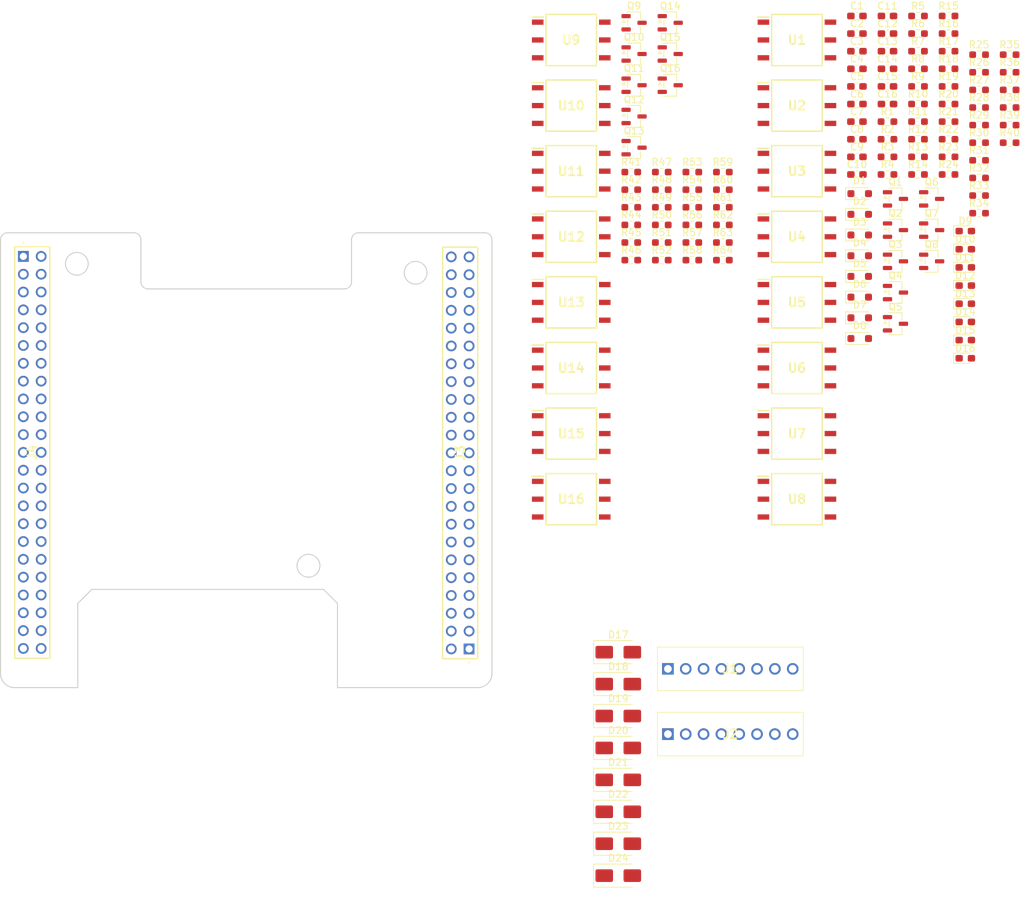
<source format=kicad_pcb>
(kicad_pcb (version 20241229) (generator "pcbnew") (generator_version "9.0")
  (title_block (rev "${REVISION}") (company "Author:") (comment 1 "Reviewer:"))
  (layers (0 "F.Cu" signal) (4 "In1.Cu" signal) (6 "In2.Cu" signal) (2 "B.Cu" signal) (13 "F.Paste" user) (15 "B.Paste" user) (5 "F.SilkS" user "F.Silkscreen") (7 "B.SilkS" user "B.Silkscreen") (1 "F.Mask" user) (3 "B.Mask" user) (25 "Edge.Cuts" user))
  (property "REVISION" "1.0")
  (net 0 "")
  (net 23 "GNDREF")
  (net 24 "Net-(C1-Pad2)")
  (net 25 "Net-(C2-Pad2)")
  (net 26 "Net-(C3-Pad2)")
  (net 27 "Net-(C4-Pad2)")
  (net 28 "Net-(C5-Pad2)")
  (net 29 "Net-(C6-Pad2)")
  (net 30 "Net-(C7-Pad2)")
  (net 31 "Net-(C8-Pad2)")
  (net 32 "Net-(C9-Pad2)")
  (net 33 "GND")
  (net 34 "Net-(C10-Pad2)")
  (net 35 "Net-(C11-Pad2)")
  (net 36 "Net-(C12-Pad2)")
  (net 37 "Net-(C13-Pad2)")
  (net 38 "Net-(C14-Pad2)")
  (net 39 "Net-(C15-Pad2)")
  (net 40 "Net-(C16-Pad2)")
  (net 41 "Net-(D1-A)")
  (net 42 "Net-(D1-K)")
  (net 43 "Net-(D2-A)")
  (net 44 "Net-(D2-K)")
  (net 45 "Net-(D3-A)")
  (net 46 "Net-(D3-K)")
  (net 47 "Net-(D4-A)")
  (net 48 "Net-(D4-K)")
  (net 49 "Net-(D5-A)")
  (net 50 "Net-(D5-K)")
  (net 51 "Net-(D6-K)")
  (net 52 "Net-(D6-A)")
  (net 53 "Net-(D7-A)")
  (net 54 "Net-(D7-K)")
  (net 55 "Net-(D8-K)")
  (net 56 "Net-(D8-A)")
  (net 57 "Net-(D9-A)")
  (net 58 "Net-(D10-A)")
  (net 59 "Net-(D11-A)")
  (net 60 "Net-(D12-A)")
  (net 61 "Net-(D13-A)")
  (net 62 "Net-(D14-A)")
  (net 63 "Net-(D15-A)")
  (net 64 "Net-(D16-A)")
  (net 65 "/connectors/DI_IN6")
  (net 66 "/connectors/DI_IN5")
  (net 67 "/connectors/DI_IN7")
  (net 68 "/connectors/DI_IN4")
  (net 69 "/connectors/DI_IN3")
  (net 70 "/connectors/DI_IN2")
  (net 71 "/connectors/DI_IN1")
  (net 72 "/connectors/DI_IN0")
  (net 73 "/connectors/DI_OUT4")
  (net 74 "/connectors/DI_OUT6")
  (net 75 "/connectors/DI_OUT1")
  (net 76 "/connectors/DI_OUT3")
  (net 77 "/connectors/DI_OUT5")
  (net 78 "/connectors/DI_OUT2")
  (net 79 "/connectors/DI_OUT0")
  (net 80 "/connectors/DI_OUT7")
  (net 81 "ANALOG_IN13")
  (net 82 "ANALOG_IN10")
  (net 83 "UART5_TX")
  (net 84 "CAN1_RX")
  (net 85 "UART2_RX")
  (net 86 "UART5_RX")
  (net 87 "CAN1_TX")
  (net 88 "3V3")
  (net 89 "ANALOG_IN3{slash}9")
  (net 90 "ANALOG_IN3{slash}15")
  (net 91 "ANALOG_IN3{slash}6")
  (net 92 "UART2_TX")
  (net 93 "UART4_RX")
  (net 94 "ANALOG_IN3")
  (net 95 "UART4_TX")
  (net 96 "ANALOG_IN3{slash}8")
  (net 97 "VIN")
  (net 98 "5V")
  (net 99 "ANALOG_IN3{slash}5")
  (net 100 "ANALOG_IN3{slash}7")
  (net 102 "AVDD")
  (net 111 "AO1")
  (net 112 "AI0")
  (net 117 "ANALOG_IN7")
  (net 120 "CAN2_RX")
  (net 121 "ANALOG_IN6")
  (net 122 "UART6_RX")
  (net 125 "AGND")
  (net 129 "UART6_TX")
  (net 130 "CAN2_TX")
  (net 136 "/digital_input/DI_IN0")
  (net 137 "/digital_input/DI_IN1")
  (net 138 "/digital_input/DI_IN2")
  (net 139 "/digital_input/DI_IN3")
  (net 140 "/digital_input/DI_IN4")
  (net 141 "/digital_input/DI_IN5")
  (net 142 "/digital_input/DI_IN6")
  (net 143 "/digital_input/DI_IN7")
  (net 144 "Net-(Q9-G)")
  (net 145 "Net-(Q9-D)")
  (net 146 "Net-(Q10-D)")
  (net 147 "Net-(Q10-G)")
  (net 148 "Net-(Q11-G)")
  (net 149 "Net-(Q11-D)")
  (net 150 "Net-(Q12-D)")
  (net 151 "Net-(Q12-G)")
  (net 152 "Net-(Q13-G)")
  (net 153 "Net-(Q13-D)")
  (net 154 "Net-(Q14-G)")
  (net 155 "Net-(Q14-D)")
  (net 156 "Net-(Q15-D)")
  (net 157 "Net-(Q15-G)")
  (net 158 "Net-(Q16-G)")
  (net 159 "Net-(Q16-D)")
  (net 160 "/digital_input/DI7")
  (net 161 "Net-(R26-Pad1)")
  (net 162 "+3V3")
  (net 163 "Net-(R27-Pad1)")
  (net 164 "Net-(R28-Pad1)")
  (net 165 "Net-(R29-Pad1)")
  (net 166 "Net-(R30-Pad1)")
  (net 167 "Net-(R31-Pad1)")
  (net 168 "Net-(R32-Pad1)")
  (net 169 "Net-(R33-Pad1)")
  (net 170 "/digital_input/DI6")
  (net 171 "/digital_input/DI5")
  (net 172 "/digital_input/DI4")
  (net 173 "/digital_input/DI3")
  (net 174 "/digital_input/DI2")
  (net 175 "/digital_input/DI1")
  (net 176 "/digital_input/DI0")
  (net 177 "/digital_output/DI_OUT0")
  (net 178 "/digital_output/DI_OUT1")
  (net 179 "/digital_output/DI_OUT2")
  (net 180 "/digital_output/DI_OUT3")
  (net 181 "/digital_output/DI_OUT4")
  (net 182 "/digital_output/DI_OUT5")
  (net 183 "/digital_output/DI_OUT6")
  (net 184 "/digital_output/DI_OUT7")
  (net 185 "Net-(R49-Pad1)")
  (net 186 "+5V")
  (net 187 "Net-(R50-Pad1)")
  (net 188 "Net-(R51-Pad1)")
  (net 189 "Net-(R52-Pad1)")
  (net 190 "Net-(R53-Pad1)")
  (net 191 "Net-(R54-Pad1)")
  (net 192 "Net-(R55-Pad1)")
  (net 193 "Net-(R56-Pad1)")
  (net 194 "/digital_output/DO0")
  (net 195 "/digital_output/DO1")
  (net 196 "/digital_output/DO2")
  (net 197 "/digital_output/DO3")
  (net 198 "/digital_output/DO4")
  (net 199 "/digital_output/DO5")
  (net 200 "/digital_output/DO6")
  (net 201 "/digital_output/DO7")
  (net 211 "+24V")
  (footprint "Diode_SMD:D_SMA" (layer "F.Cu") (at 204 118.05)
    (property "Reference" "D19" (at 0 -2.5 0) (layer "F.SilkS"))
    (property "Value" "SMA6L28A")
    (pad "1" smd roundrect (at -2 0) (size 2.5 1.8) (layers "F.Cu" "F.Mask" "F.Paste") (roundrect_rratio 0.1388888889) (net 67 "/connectors/DI_IN7"))
    (pad "2" smd roundrect (at 2 0) (size 2.5 1.8) (layers "F.Cu" "F.Mask" "F.Paste") (roundrect_rratio 0.1388888889) (net 33 "GND"))
  )
  (footprint "Diode_SMD:D_SOD-323_HandSoldering" (layer "F.Cu") (at 238.395 58.34)
    (property "Reference" "D6" (at 0 -1.85 0) (layer "F.SilkS"))
    (property "Value" "BZX384-B9V1")
    (pad "1" smd roundrect (at -1.25 0) (size 1 1) (layers "F.Cu" "F.Mask" "F.Paste") (net 51 "Net-(D6-K)"))
    (pad "2" smd roundrect (at 1.25 0) (size 1 1) (layers "F.Cu" "F.Mask" "F.Paste") (net 52 "Net-(D6-A)"))
  )
  (footprint "Capacitor_SMD:C_0603_1608Metric_Pad1.08x0.95mm_HandSolder" (layer "F.Cu") (at 238 40.86)
    (property "Reference" "C10" (at 0 -1.43 0) (layer "F.SilkS"))
    (property "Value" "470p")
    (pad "1" smd roundrect (at -0.8625 0) (size 1.075 0.95) (layers "F.Cu" "F.Mask" "F.Paste") (net 33 "GND"))
    (pad "2" smd roundrect (at 0.8625 0) (size 1.075 0.95) (layers "F.Cu" "F.Mask" "F.Paste") (net 34 "Net-(C10-Pad2)"))
  )
  (footprint "Diode_SMD:D_SOD-323_HandSoldering" (layer "F.Cu") (at 238.395 49.49)
    (property "Reference" "D3" (at 0 -1.85 0) (layer "F.SilkS"))
    (property "Value" "BZX384-B9V1")
    (pad "1" smd roundrect (at -1.25 0) (size 1 1) (layers "F.Cu" "F.Mask" "F.Paste") (net 46 "Net-(D3-K)"))
    (pad "2" smd roundrect (at 1.25 0) (size 1 1) (layers "F.Cu" "F.Mask" "F.Paste") (net 45 "Net-(D3-A)"))
  )
  (footprint "Resistor_SMD:R_0603_1608Metric_Pad0.98x0.95mm_HandSolder" (layer "F.Cu") (at 255.4 26.295)
    (property "Reference" "R26" (at 0 -1.43 0) (layer "F.SilkS"))
    (property "Value" "1k")
    (pad "1" smd roundrect (at -0.9125 0) (size 0.975 0.95) (layers "F.Cu" "F.Mask" "F.Paste") (net 161 "Net-(R26-Pad1)"))
    (pad "2" smd roundrect (at 0.9125 0) (size 0.975 0.95) (layers "F.Cu" "F.Mask" "F.Paste") (net 162 "+3V3"))
  )
  (footprint "Resistor_SMD:R_0603_1608Metric_Pad0.98x0.95mm_HandSolder" (layer "F.Cu") (at 214.55 53.07)
    (property "Reference" "R58" (at 0 -1.43 0) (layer "F.SilkS"))
    (property "Value" "1k")
    (pad "1" smd roundrect (at -0.9125 0) (size 0.975 0.95) (layers "F.Cu" "F.Mask" "F.Paste") (net 147 "Net-(Q10-G)"))
    (pad "2" smd roundrect (at 0.9125 0) (size 0.975 0.95) (layers "F.Cu" "F.Mask" "F.Paste") (net 195 "/digital_output/DO1"))
  )
  (footprint "Package_TO_SOT_SMD:SOT-23-3" (layer "F.Cu") (at 211.4 23.69)
    (property "Reference" "Q15" (at 0 -2.4 0) (layer "F.SilkS"))
    (property "Value" "SI2347DS")
    (pad "1" smd roundrect (at -1.1375 -0.95) (size 1.325 0.6) (layers "F.Cu" "F.Mask" "F.Paste") (net 156 "Net-(Q15-D)"))
    (pad "2" smd roundrect (at -1.1375 0.95) (size 1.325 0.6) (layers "F.Cu" "F.Mask" "F.Paste") (net 157 "Net-(Q15-G)"))
    (pad "3" smd roundrect (at 1.1375 0) (size 1.325 0.6) (layers "F.Cu" "F.Mask" "F.Paste") (net 33 "GND"))
  )
  (footprint "LED_SMD:LED_0603_1608Metric_Pad1.05x0.95mm_HandSolder" (layer "F.Cu") (at 253.435 59.285)
    (property "Reference" "D13" (at 0 -1.43 0) (layer "F.SilkS"))
    (property "Value" "LD_DI")
    (pad "1" smd roundrect (at -0.875 0) (size 1.05 0.95) (layers "F.Cu" "F.Mask" "F.Paste") (net 33 "GND"))
    (pad "2" smd roundrect (at 0.875 0) (size 1.05 0.95) (layers "F.Cu" "F.Mask" "F.Paste") (net 61 "Net-(D13-A)"))
  )
  (footprint "Resistor_SMD:R_0603_1608Metric_Pad0.98x0.95mm_HandSolder" (layer "F.Cu") (at 259.75 26.295)
    (property "Reference" "R36" (at 0 -1.43 0) (layer "F.SilkS"))
    (property "Value" "220R")
    (pad "1" smd roundrect (at -0.9125 0) (size 0.975 0.95) (layers "F.Cu" "F.Mask" "F.Paste") (net 172 "/digital_input/DI4"))
    (pad "2" smd roundrect (at 0.9125 0) (size 0.975 0.95) (layers "F.Cu" "F.Mask" "F.Paste") (net 60 "Net-(D12-A)"))
  )
  (footprint "LED_SMD:LED_0603_1608Metric_Pad1.05x0.95mm_HandSolder" (layer "F.Cu") (at 253.435 64.465)
    (property "Reference" "D15" (at 0 -1.43 0) (layer "F.SilkS"))
    (property "Value" "LD_DI")
    (pad "1" smd roundrect (at -0.875 0) (size 1.05 0.95) (layers "F.Cu" "F.Mask" "F.Paste") (net 33 "GND"))
    (pad "2" smd roundrect (at 0.875 0) (size 1.05 0.95) (layers "F.Cu" "F.Mask" "F.Paste") (net 63 "Net-(D15-A)"))
  )
  (footprint "PLC_STM:SOP254P1016X400-6N" (layer "F.Cu") (at 229.45 31.04)
    (property "Reference" "U2" (at 0 0 0) (layer "F.SilkS") (effects (font (size 1.27 1.27) (thickness 0.254))))
    (property "Value" "CNY17-3" (hide yes))
    (pad "1" smd rect (at -4.775 -2.54 90) (size 0.75 1.65) (layers "F.Cu" "F.Mask" "F.Paste") (net 25 "Net-(C2-Pad2)"))
    (pad "2" smd rect (at -4.775 0 90) (size 0.75 1.65) (layers "F.Cu" "F.Mask" "F.Paste") (net 23 "GNDREF"))
    (pad "3" smd rect (at -4.775 2.54 90) (size 0.75 1.65) (layers "F.Cu" "F.Mask" "F.Paste"))
    (pad "4" smd rect (at 4.775 2.54 90) (size 0.75 1.65) (layers "F.Cu" "F.Mask" "F.Paste") (net 175 "/digital_input/DI1"))
    (pad "5" smd rect (at 4.775 0 90) (size 0.75 1.65) (layers "F.Cu" "F.Mask" "F.Paste") (net 163 "Net-(R27-Pad1)"))
    (pad "6" smd rect (at 4.775 -2.54 90) (size 0.75 1.65) (layers "F.Cu" "F.Mask" "F.Paste") (net 34 "Net-(C10-Pad2)"))
  )
  (footprint "Resistor_SMD:R_0603_1608Metric_Pad0.98x0.95mm_HandSolder" (layer "F.Cu") (at 246.7 18.27)
    (property "Reference" "R5" (at 0 -1.43 0) (layer "F.SilkS"))
    (property "Value" "47k")
    (pad "1" smd roundrect (at -0.9125 0) (size 0.975 0.95) (layers "F.Cu" "F.Mask" "F.Paste") (net 23 "GNDREF"))
    (pad "2" smd roundrect (at 0.9125 0) (size 0.975 0.95) (layers "F.Cu" "F.Mask" "F.Paste") (net 49 "Net-(D5-A)"))
  )
  (footprint "PLC_STM:SOP254P1016X400-6N" (layer "F.Cu") (at 229.45 40.39)
    (property "Reference" "U3" (at 0 0 0) (layer "F.SilkS") (effects (font (size 1.27 1.27) (thickness 0.254))))
    (property "Value" "CNY17-3" (hide yes))
    (pad "1" smd rect (at -4.775 -2.54 90) (size 0.75 1.65) (layers "F.Cu" "F.Mask" "F.Paste") (net 26 "Net-(C3-Pad2)"))
    (pad "2" smd rect (at -4.775 0 90) (size 0.75 1.65) (layers "F.Cu" "F.Mask" "F.Paste") (net 23 "GNDREF"))
    (pad "3" smd rect (at -4.775 2.54 90) (size 0.75 1.65) (layers "F.Cu" "F.Mask" "F.Paste"))
    (pad "4" smd rect (at 4.775 2.54 90) (size 0.75 1.65) (layers "F.Cu" "F.Mask" "F.Paste") (net 174 "/digital_input/DI2"))
    (pad "5" smd rect (at 4.775 0 90) (size 0.75 1.65) (layers "F.Cu" "F.Mask" "F.Paste") (net 164 "Net-(R28-Pad1)"))
    (pad "6" smd rect (at 4.775 -2.54 90) (size 0.75 1.65) (layers "F.Cu" "F.Mask" "F.Paste") (net 35 "Net-(C11-Pad2)"))
  )
  (footprint "Package_TO_SOT_SMD:SOT-23-3" (layer "F.Cu") (at 243.49 62.14)
    (property "Reference" "Q5" (at 0 -2.4 0) (layer "F.SilkS"))
    (property "Value" "SI2347DS")
    (pad "1" smd roundrect (at -1.1375 -0.95) (size 1.325 0.6) (layers "F.Cu" "F.Mask" "F.Paste") (net 140 "/digital_input/DI_IN4"))
    (pad "2" smd roundrect (at -1.1375 0.95) (size 1.325 0.6) (layers "F.Cu" "F.Mask" "F.Paste") (net 49 "Net-(D5-A)"))
    (pad "3" smd roundrect (at 1.1375 0) (size 1.325 0.6) (layers "F.Cu" "F.Mask" "F.Paste") (net 50 "Net-(D5-K)"))
  )
  (footprint "LED_SMD:LED_0603_1608Metric_Pad1.05x0.95mm_HandSolder" (layer "F.Cu") (at 253.435 54.105)
    (property "Reference" "D11" (at 0 -1.43 0) (layer "F.SilkS"))
    (property "Value" "LD_DI")
    (pad "1" smd roundrect (at -0.875 0) (size 1.05 0.95) (layers "F.Cu" "F.Mask" "F.Paste") (net 33 "GND"))
    (pad "2" smd roundrect (at 0.875 0) (size 1.05 0.95) (layers "F.Cu" "F.Mask" "F.Paste") (net 59 "Net-(D11-A)"))
  )
  (footprint "Diode_SMD:D_SMA" (layer "F.Cu") (at 204 127.15)
    (property "Reference" "D21" (at 0 -2.5 0) (layer "F.SilkS"))
    (property "Value" "SMA6L28A")
    (pad "1" smd roundrect (at -2 0) (size 2.5 1.8) (layers "F.Cu" "F.Mask" "F.Paste") (roundrect_rratio 0.1388888889) (net 69 "/connectors/DI_IN3"))
    (pad "2" smd roundrect (at 2 0) (size 2.5 1.8) (layers "F.Cu" "F.Mask" "F.Paste") (roundrect_rratio 0.1388888889) (net 33 "GND"))
  )
  (footprint "Resistor_SMD:R_0603_1608Metric_Pad0.98x0.95mm_HandSolder" (layer "F.Cu") (at 218.9 45.54)
    (property "Reference" "R61" (at 0 -1.43 0) (layer "F.SilkS"))
    (property "Value" "1k")
    (pad "1" smd roundrect (at -0.9125 0) (size 0.975 0.95) (layers "F.Cu" "F.Mask" "F.Paste") (net 152 "Net-(Q13-G)"))
    (pad "2" smd roundrect (at 0.9125 0) (size 0.975 0.95) (layers "F.Cu" "F.Mask" "F.Paste") (net 198 "/digital_output/DO4"))
  )
  (footprint "Package_TO_SOT_SMD:SOT-23-3" (layer "F.Cu") (at 211.4 19.24)
    (property "Reference" "Q14" (at 0 -2.4 0) (layer "F.SilkS"))
    (property "Value" "SI2347DS")
    (pad "1" smd roundrect (at -1.1375 -0.95) (size 1.325 0.6) (layers "F.Cu" "F.Mask" "F.Paste") (net 155 "Net-(Q14-D)"))
    (pad "2" smd roundrect (at -1.1375 0.95) (size 1.325 0.6) (layers "F.Cu" "F.Mask" "F.Paste") (net 154 "Net-(Q14-G)"))
    (pad "3" smd roundrect (at 1.1375 0) (size 1.325 0.6) (layers "F.Cu" "F.Mask" "F.Paste") (net 33 "GND"))
  )
  (footprint "Diode_SMD:D_SMA" (layer "F.Cu") (at 204 131.7)
    (property "Reference" "D22" (at 0 -2.5 0) (layer "F.SilkS"))
    (property "Value" "SMA6L28A")
    (pad "1" smd roundrect (at -2 0) (size 2.5 1.8) (layers "F.Cu" "F.Mask" "F.Paste") (roundrect_rratio 0.1388888889) (net 70 "/connectors/DI_IN2"))
    (pad "2" smd roundrect (at 2 0) (size 2.5 1.8) (layers "F.Cu" "F.Mask" "F.Paste") (roundrect_rratio 0.1388888889) (net 33 "GND"))
  )
  (footprint "Resistor_SMD:R_0603_1608Metric_Pad0.98x0.95mm_HandSolder" (layer "F.Cu") (at 218.9 48.05)
    (property "Reference" "R62" (at 0 -1.43 0) (layer "F.SilkS"))
    (property "Value" "1k")
    (pad "1" smd roundrect (at -0.9125 0) (size 0.975 0.95) (layers "F.Cu" "F.Mask" "F.Paste") (net 154 "Net-(Q14-G)"))
    (pad "2" smd roundrect (at 0.9125 0) (size 0.975 0.95) (layers "F.Cu" "F.Mask" "F.Paste") (net 199 "/digital_output/DO5"))
  )
  (footprint "Resistor_SMD:R_0603_1608Metric_Pad0.98x0.95mm_HandSolder" (layer "F.Cu") (at 246.7 33.33)
    (property "Reference" "R11" (at 0 -1.43 0) (layer "F.SilkS"))
    (property "Value" "1k")
    (pad "1" smd roundrect (at -0.9125 0) (size 0.975 0.95) (layers "F.Cu" "F.Mask" "F.Paste") (net 46 "Net-(D3-K)"))
    (pad "2" smd roundrect (at 0.9125 0) (size 0.975 0.95) (layers "F.Cu" "F.Mask" "F.Paste") (net 26 "Net-(C3-Pad2)"))
  )
  (footprint "Resistor_SMD:R_0603_1608Metric_Pad0.98x0.95mm_HandSolder" (layer "F.Cu") (at 255.4 41.355)
    (property "Reference" "R32" (at 0 -1.43 0) (layer "F.SilkS"))
    (property "Value" "1k")
    (pad "1" smd roundrect (at -0.9125 0) (size 0.975 0.95) (layers "F.Cu" "F.Mask" "F.Paste") (net 168 "Net-(R32-Pad1)"))
    (pad "2" smd roundrect (at 0.9125 0) (size 0.975 0.95) (layers "F.Cu" "F.Mask" "F.Paste") (net 162 "+3V3"))
  )
  (footprint "Resistor_SMD:R_0603_1608Metric_Pad0.98x0.95mm_HandSolder" (layer "F.Cu") (at 214.55 40.52)
    (property "Reference" "R53" (at 0 -1.43 0) (layer "F.SilkS"))
    (property "Value" "1k")
    (pad "1" smd roundrect (at -0.9125 0) (size 0.975 0.95) (layers "F.Cu" "F.Mask" "F.Paste") (net 190 "Net-(R53-Pad1)"))
    (pad "2" smd roundrect (at 0.9125 0) (size 0.975 0.95) (layers "F.Cu" "F.Mask" "F.Paste") (net 186 "+5V"))
  )
  (footprint "Diode_SMD:D_SMA" (layer "F.Cu") (at 204 122.6)
    (property "Reference" "D20" (at 0 -2.5 0) (layer "F.SilkS"))
    (property "Value" "SMA6L28A")
    (pad "1" smd roundrect (at -2 0) (size 2.5 1.8) (layers "F.Cu" "F.Mask" "F.Paste") (roundrect_rratio 0.1388888889) (net 68 "/connectors/DI_IN4"))
    (pad "2" smd roundrect (at 2 0) (size 2.5 1.8) (layers "F.Cu" "F.Mask" "F.Paste") (roundrect_rratio 0.1388888889) (net 33 "GND"))
  )
  (footprint "LED_SMD:LED_0603_1608Metric_Pad1.05x0.95mm_HandSolder" (layer "F.Cu") (at 253.435 61.875)
    (property "Reference" "D14" (at 0 -1.43 0) (layer "F.SilkS"))
    (property "Value" "LD_DI")
    (pad "1" smd roundrect (at -0.875 0) (size 1.05 0.95) (layers "F.Cu" "F.Mask" "F.Paste") (net 33 "GND"))
    (pad "2" smd roundrect (at 0.875 0) (size 1.05 0.95) (layers "F.Cu" "F.Mask" "F.Paste") (net 62 "Net-(D14-A)"))
  )
  (footprint "Resistor_SMD:R_0603_1608Metric_Pad0.98x0.95mm_HandSolder" (layer "F.Cu") (at 205.85 43.03)
    (property "Reference" "R42" (at 0 -1.43 0) (layer "F.SilkS"))
    (property "Value" "47k")
    (pad "1" smd roundrect (at -0.9125 0) (size 0.975 0.95) (layers "F.Cu" "F.Mask" "F.Paste") (net 178 "/digital_output/DI_OUT1"))
    (pad "2" smd roundrect (at 0.9125 0) (size 0.975 0.95) (layers "F.Cu" "F.Mask" "F.Paste") (net 23 "GNDREF"))
  )
  (footprint "Resistor_SMD:R_0603_1608Metric_Pad0.98x0.95mm_HandSolder" (layer "F.Cu") (at 251.05 35.84)
    (property "Reference" "R22" (at 0 -1.43 0) (layer "F.SilkS"))
    (property "Value" "270k")
    (pad "1" smd roundrect (at -0.9125 0) (size 0.975 0.95) (layers "F.Cu" "F.Mask" "F.Paste") (net 33 "GND"))
    (pad "2" smd roundrect (at 0.9125 0) (size 0.975 0.95) (layers "F.Cu" "F.Mask" "F.Paste") (net 38 "Net-(C14-Pad2)"))
  )
  (footprint "PLC_STM:SOP254P1016X400-6N" (layer "F.Cu") (at 197.3 40.39)
    (property "Reference" "U11" (at 0 0 0) (layer "F.SilkS") (effects (font (size 1.27 1.27) (thickness 0.254))))
    (property "Value" "CNY17-3" (hide yes))
    (pad "1" smd rect (at -4.775 -2.54 90) (size 0.75 1.65) (layers "F.Cu" "F.Mask" "F.Paste") (net 188 "Net-(R51-Pad1)"))
    (pad "2" smd rect (at -4.775 0 90) (size 0.75 1.65) (layers "F.Cu" "F.Mask" "F.Paste") (net 149 "Net-(Q11-D)"))
    (pad "3" smd rect (at -4.775 2.54 90) (size 0.75 1.65) (layers "F.Cu" "F.Mask" "F.Paste"))
    (pad "4" smd rect (at 4.775 2.54 90) (size 0.75 1.65) (layers "F.Cu" "F.Mask" "F.Paste") (net 179 "/digital_output/DI_OUT2"))
    (pad "5" smd rect (at 4.775 0 90) (size 0.75 1.65) (layers "F.Cu" "F.Mask" "F.Paste") (net 211 "+24V"))
    (pad "6" smd rect (at 4.775 -2.54 90) (size 0.75 1.65) (layers "F.Cu" "F.Mask" "F.Paste"))
  )
  (footprint "PLC_STM:SOP254P1016X400-6N" (layer "F.Cu") (at 197.3 21.69)
    (property "Reference" "U9" (at 0 0 0) (layer "F.SilkS") (effects (font (size 1.27 1.27) (thickness 0.254))))
    (property "Value" "CNY17-3" (hide yes))
    (pad "1" smd rect (at -4.775 -2.54 90) (size 0.75 1.65) (layers "F.Cu" "F.Mask" "F.Paste") (net 185 "Net-(R49-Pad1)"))
    (pad "2" smd rect (at -4.775 0 90) (size 0.75 1.65) (layers "F.Cu" "F.Mask" "F.Paste") (net 145 "Net-(Q9-D)"))
    (pad "3" smd rect (at -4.775 2.54 90) (size 0.75 1.65) (layers "F.Cu" "F.Mask" "F.Paste"))
    (pad "4" smd rect (at 4.775 2.54 90) (size 0.75 1.65) (layers "F.Cu" "F.Mask" "F.Paste") (net 177 "/digital_output/DI_OUT0"))
    (pad "5" smd rect (at 4.775 0 90) (size 0.75 1.65) (layers "F.Cu" "F.Mask" "F.Paste") (net 211 "+24V"))
    (pad "6" smd rect (at 4.775 -2.54 90) (size 0.75 1.65) (layers "F.Cu" "F.Mask" "F.Paste"))
  )
  (footprint "Diode_SMD:D_SOD-323_HandSoldering" (layer "F.Cu") (at 238.395 43.59)
    (property "Reference" "D1" (at 0 -1.85 0) (layer "F.SilkS"))
    (property "Value" "BZX384-B9V1")
    (pad "1" smd roundrect (at -1.25 0) (size 1 1) (layers "F.Cu" "F.Mask" "F.Paste") (net 42 "Net-(D1-K)"))
    (pad "2" smd roundrect (at 1.25 0) (size 1 1) (layers "F.Cu" "F.Mask" "F.Paste") (net 41 "Net-(D1-A)"))
  )
  (footprint "Resistor_SMD:R_0603_1608Metric_Pad0.98x0.95mm_HandSolder" (layer "F.Cu") (at 205.85 48.05)
    (property "Reference" "R44" (at 0 -1.43 0) (layer "F.SilkS"))
    (property "Value" "47k")
    (pad "1" smd roundrect (at -0.9125 0) (size 0.975 0.95) (layers "F.Cu" "F.Mask" "F.Paste") (net 180 "/digital_output/DI_OUT3"))
    (pad "2" smd roundrect (at 0.9125 0) (size 0.975 0.95) (layers "F.Cu" "F.Mask" "F.Paste") (net 23 "GNDREF"))
  )
  (footprint "PLC_STM:1725711" (layer "F.Cu") (at 211.07 120.625)
    (property "Reference" "J2" (at 8.89 0 0) (layer "F.SilkS") (effects (font (size 1.27 1.27) (thickness 0.254))))
    (property "Value" "DIGITAL OUTPUT" (hide yes))
    (pad "1" thru_hole rect (at 0 0) (size 1.65 1.65) (drill 1.1) (layers "*.Cu" "*.Mask") (net 79 "/connectors/DI_OUT0"))
    (pad "2" thru_hole circle (at 2.54 0) (size 1.65 1.65) (drill 1.1) (layers "*.Cu" "*.Mask") (net 75 "/connectors/DI_OUT1"))
    (pad "3" thru_hole circle (at 5.08 0) (size 1.65 1.65) (drill 1.1) (layers "*.Cu" "*.Mask") (net 78 "/connectors/DI_OUT2"))
    (pad "4" thru_hole circle (at 7.62 0) (size 1.65 1.65) (drill 1.1) (layers "*.Cu" "*.Mask") (net 76 "/connectors/DI_OUT3"))
    (pad "5" thru_hole circle (at 10.16 0) (size 1.65 1.65) (drill 1.1) (layers "*.Cu" "*.Mask") (net 73 "/connectors/DI_OUT4"))
    (pad "6" thru_hole circle (at 12.7 0) (size 1.65 1.65) (drill 1.1) (layers "*.Cu" "*.Mask") (net 77 "/connectors/DI_OUT5"))
    (pad "7" thru_hole circle (at 15.24 0) (size 1.65 1.65) (drill 1.1) (layers "*.Cu" "*.Mask") (net 74 "/connectors/DI_OUT6"))
    (pad "8" thru_hole circle (at 17.78 0) (size 1.65 1.65) (drill 1.1) (layers "*.Cu" "*.Mask") (net 80 "/connectors/DI_OUT7"))
  )
  (footprint "Resistor_SMD:R_0603_1608Metric_Pad0.98x0.95mm_HandSolder" (layer "F.Cu") (at 246.7 35.84)
    (property "Reference" "R12" (at 0 -1.43 0) (layer "F.SilkS"))
    (property "Value" "1k")
    (pad "1" smd roundrect (at -0.9125 0) (size 0.975 0.95) (layers "F.Cu" "F.Mask" "F.Paste") (net 48 "Net-(D4-K)"))
    (pad "2" smd roundrect (at 0.9125 0) (size 0.975 0.95) (layers "F.Cu" "F.Mask" "F.Paste") (net 27 "Net-(C4-Pad2)"))
  )
  (footprint "Resistor_SMD:R_0603_1608Metric_Pad0.98x0.95mm_HandSolder" (layer "F.Cu") (at 255.4 28.805)
    (property "Reference" "R27" (at 0 -1.43 0) (layer "F.SilkS"))
    (property "Value" "1k")
    (pad "1" smd roundrect (at -0.9125 0) (size 0.975 0.95) (layers "F.Cu" "F.Mask" "F.Paste") (net 163 "Net-(R27-Pad1)"))
    (pad "2" smd roundrect (at 0.9125 0) (size 0.975 0.95) (layers "F.Cu" "F.Mask" "F.Paste") (net 162 "+3V3"))
  )
  (footprint "Package_TO_SOT_SMD:SOT-23-3" (layer "F.Cu") (at 211.4 28.14)
    (property "Reference" "Q16" (at 0 -2.4 0) (layer "F.SilkS"))
    (property "Value" "SI2347DS")
    (pad "1" smd roundrect (at -1.1375 -0.95) (size 1.325 0.6) (layers "F.Cu" "F.Mask" "F.Paste") (net 159 "Net-(Q16-D)"))
    (pad "2" smd roundrect (at -1.1375 0.95) (size 1.325 0.6) (layers "F.Cu" "F.Mask" "F.Paste") (net 158 "Net-(Q16-G)"))
    (pad "3" smd roundrect (at 1.1375 0) (size 1.325 0.6) (layers "F.Cu" "F.Mask" "F.Paste") (net 33 "GND"))
  )
  (footprint "Capacitor_SMD:C_0603_1608Metric_Pad1.08x0.95mm_HandSolder" (layer "F.Cu") (at 238 28.31)
    (property "Reference" "C5" (at 0 -1.43 0) (layer "F.SilkS"))
    (property "Value" "1n")
    (pad "1" smd roundrect (at -0.8625 0) (size 1.075 0.95) (layers "F.Cu" "F.Mask" "F.Paste") (net 23 "GNDREF"))
    (pad "2" smd roundrect (at 0.8625 0) (size 1.075 0.95) (layers "F.Cu" "F.Mask" "F.Paste") (net 28 "Net-(C5-Pad2)"))
  )
  (footprint "Resistor_SMD:R_0603_1608Metric_Pad0.98x0.95mm_HandSolder" (layer "F.Cu") (at 255.4 23.785)
    (property "Reference" "R25" (at 0 -1.43 0) (layer "F.SilkS"))
    (property "Value" "220R")
    (pad "1" smd roundrect (at -0.9125 0) (size 0.975 0.95) (layers "F.Cu" "F.Mask" "F.Paste") (net 160 "/digital_input/DI7"))
    (pad "2" smd roundrect (at 0.9125 0) (size 0.975 0.95) (layers "F.Cu" "F.Mask" "F.Paste") (net 57 "Net-(D9-A)"))
  )
  (footprint "Resistor_SMD:R_0603_1608Metric_Pad0.98x0.95mm_HandSolder" (layer "F.Cu") (at 242.35 33.33)
    (property "Reference" "R1" (at 0 -1.43 0) (layer "F.SilkS"))
    (property "Value" "47k")
    (pad "1" smd roundrect (at -0.9125 0) (size 0.975 0.95) (layers "F.Cu" "F.Mask" "F.Paste") (net 23 "GNDREF"))
    (pad "2" smd roundrect (at 0.9125 0) (size 0.975 0.95) (layers "F.Cu" "F.Mask" "F.Paste") (net 41 "Net-(D1-A)"))
  )
  (footprint "PLC_STM:SOP254P1016X400-6N" (layer "F.Cu") (at 197.3 68.44)
    (property "Reference" "U14" (at 0 0 0) (layer "F.SilkS") (effects (font (size 1.27 1.27) (thickness 0.254))))
    (property "Value" "CNY17-3" (hide yes))
    (pad "1" smd rect (at -4.775 -2.54 90) (size 0.75 1.65) (layers "F.Cu" "F.Mask" "F.Paste") (net 191 "Net-(R54-Pad1)"))
    (pad "2" smd rect (at -4.775 0 90) (size 0.75 1.65) (layers "F.Cu" "F.Mask" "F.Paste") (net 155 "Net-(Q14-D)"))
    (pad "3" smd rect (at -4.775 2.54 90) (size 0.75 1.65) (layers "F.Cu" "F.Mask" "F.Paste"))
    (pad "4" smd rect (at 4.775 2.54 90) (size 0.75 1.65) (layers "F.Cu" "F.Mask" "F.Paste") (net 182 "/digital_output/DI_OUT5"))
    (pad "5" smd rect (at 4.775 0 90) (size 0.75 1.65) (layers "F.Cu" "F.Mask" "F.Paste") (net 211 "+24V"))
    (pad "6" smd rect (at 4.775 -2.54 90) (size 0.75 1.65) (layers "F.Cu" "F.Mask" "F.Paste"))
  )
  (footprint "Capacitor_SMD:C_0603_1608Metric_Pad1.08x0.95mm_HandSolder" (layer "F.Cu") (at 238 38.35)
    (property "Reference" "C9" (at 0 -1.43 0) (layer "F.SilkS"))
    (property "Value" "470p")
    (pad "1" smd roundrect (at -0.8625 0) (size 1.075 0.95) (layers "F.Cu" "F.Mask" "F.Paste") (net 33 "GND"))
    (pad "2" smd roundrect (at 0.8625 0) (size 1.075 0.95) (layers "F.Cu" "F.Mask" "F.Paste") (net 32 "Net-(C9-Pad2)"))
  )
  (footprint "Diode_SMD:D_SMA" (layer "F.Cu") (at 204 140.8)
    (property "Reference" "D24" (at 0 -2.5 0) (layer "F.SilkS"))
    (property "Value" "SMA6L28A")
    (pad "1" smd roundrect (at -2 0) (size 2.5 1.8) (layers "F.Cu" "F.Mask" "F.Paste") (roundrect_rratio 0.1388888889) (net 72 "/connectors/DI_IN0"))
    (pad "2" smd roundrect (at 2 0) (size 2.5 1.8) (layers "F.Cu" "F.Mask" "F.Paste") (roundrect_rratio 0.1388888889) (net 33 "GND"))
  )
  (footprint "Package_TO_SOT_SMD:SOT-23-3" (layer "F.Cu") (at 206.25 37.04)
    (property "Reference" "Q13" (at 0 -2.4 0) (layer "F.SilkS"))
    (property "Value" "SI2347DS")
    (pad "1" smd roundrect (at -1.1375 -0.95) (size 1.325 0.6) (layers "F.Cu" "F.Mask" "F.Paste") (net 153 "Net-(Q13-D)"))
    (pad "2" smd roundrect (at -1.1375 0.95) (size 1.325 0.6) (layers "F.Cu" "F.Mask" "F.Paste") (net 152 "Net-(Q13-G)"))
    (pad "3" smd roundrect (at 1.1375 0) (size 1.325 0.6) (layers "F.Cu" "F.Mask" "F.Paste") (net 33 "GND"))
  )
  (footprint "PLC_STM:SOP254P1016X400-6N" (layer "F.Cu") (at 229.45 49.74)
    (property "Reference" "U4" (at 0 0 0) (layer "F.SilkS") (effects (font (size 1.27 1.27) (thickness 0.254))))
    (property "Value" "CNY17-3" (hide yes))
    (pad "1" smd rect (at -4.775 -2.54 90) (size 0.75 1.65) (layers "F.Cu" "F.Mask" "F.Paste") (net 27 "Net-(C4-Pad2)"))
    (pad "2" smd rect (at -4.775 0 90) (size 0.75 1.65) (layers "F.Cu" "F.Mask" "F.Paste") (net 23 "GNDREF"))
    (pad "3" smd rect (at -4.775 2.54 90) (size 0.75 1.65) (layers "F.Cu" "F.Mask" "F.Paste"))
    (pad "4" smd rect (at 4.775 2.54 90) (size 0.75 1.65) (layers "F.Cu" "F.Mask" "F.Paste") (net 173 "/digital_input/DI3"))
    (pad "5" smd rect (at 4.775 0 90) (size 0.75 1.65) (layers "F.Cu" "F.Mask" "F.Paste") (net 165 "Net-(R29-Pad1)"))
    (pad "6" smd rect (at 4.775 -2.54 90) (size 0.75 1.65) (layers "F.Cu" "F.Mask" "F.Paste") (net 36 "Net-(C12-Pad2)"))
  )
  (footprint "Resistor_SMD:R_0603_1608Metric_Pad0.98x0.95mm_HandSolder" (layer "F.Cu") (at 214.55 48.05)
    (property "Reference" "R56" (at 0 -1.43 0) (layer "F.SilkS"))
    (property "Value" "1k")
    (pad "1" smd roundrect (at -0.9125 0) (size 0.975 0.95) (layers "F.Cu" "F.Mask" "F.Paste") (net 193 "Net-(R56-Pad1)"))
    (pad "2" smd roundrect (at 0.9125 0) (size 0.975 0.95) (layers "F.Cu" "F.Mask" "F.Paste") (net 186 "+5V"))
  )
  (footprint "Capacitor_SMD:C_0603_1608Metric_Pad1.08x0.95mm_HandSolder" (layer "F.Cu") (at 242.35 18.27)
    (property "Reference" "C11" (at 0 -1.43 0) (layer "F.SilkS"))
    (property "Value" "470p")
    (pad "1" smd roundrect (at -0.8625 0) (size 1.075 0.95) (layers "F.Cu" "F.Mask" "F.Paste") (net 33 "GND"))
    (pad "2" smd roundrect (at 0.8625 0) (size 1.075 0.95) (layers "F.Cu" "F.Mask" "F.Paste") (net 35 "Net-(C11-Pad2)"))
  )
  (footprint "Capacitor_SMD:C_0603_1608Metric_Pad1.08x0.95mm_HandSolder" (layer "F.Cu") (at 242.35 30.82)
    (property "Reference" "C16" (at 0 -1.43 0) (layer "F.SilkS"))
    (property "Value" "470p")
    (pad "1" smd roundrect (at -0.8625 0) (size 1.075 0.95) (layers "F.Cu" "F.Mask" "F.Paste") (net 33 "GND"))
    (pad "2" smd roundrect (at 0.8625 0) (size 1.075 0.95) (layers "F.Cu" "F.Mask" "F.Paste") (net 40 "Net-(C16-Pad2)"))
  )
  (footprint "Resistor_SMD:R_0603_1608Metric_Pad0.98x0.95mm_HandSolder" (layer "F.Cu") (at 251.05 40.86)
    (property "Reference" "R24" (at 0 -1.43 0) (layer "F.SilkS"))
    (property "Value" "270k")
    (pad "1" smd roundrect (at -0.9125 0) (size 0.975 0.95) (layers "F.Cu" "F.Mask" "F.Paste") (net 33 "GND"))
    (pad "2" smd roundrect (at 0.9125 0) (size 0.975 0.95) (layers "F.Cu" "F.Mask" "F.Paste") (net 40 "Net-(C16-Pad2)"))
  )
  (footprint "Package_TO_SOT_SMD:SOT-23-3" (layer "F.Cu") (at 243.49 57.69)
    (property "Reference" "Q4" (at 0 -2.4 0) (layer "F.SilkS"))
    (property "Value" "SI2347DS")
    (pad "1" smd roundrect (at -1.1375 -0.95) (size 1.325 0.6) (layers "F.Cu" "F.Mask" "F.Paste") (net 139 "/digital_input/DI_IN3"))
    (pad "2" smd roundrect (at -1.1375 0.95) (size 1.325 0.6) (layers "F.Cu" "F.Mask" "F.Paste") (net 47 "Net-(D4-A)"))
    (pad "3" smd roundrect (at 1.1375 0) (size 1.325 0.6) (layers "F.Cu" "F.Mask" "F.Paste") (net 48 "Net-(D4-K)"))
  )
  (footprint "Diode_SMD:D_SMA" (layer "F.Cu") (at 204 108.95)
    (property "Reference" "D17" (at 0 -2.5 0) (layer "F.SilkS"))
    (property "Value" "SMA6L28A")
    (pad "1" smd roundrect (at -2 0) (size 2.5 1.8) (layers "F.Cu" "F.Mask" "F.Paste") (roundrect_rratio 0.1388888889) (net 65 "/connectors/DI_IN6"))
    (pad "2" smd roundrect (at 2 0) (size 2.5 1.8) (layers "F.Cu" "F.Mask" "F.Paste") (roundrect_rratio 0.1388888889) (net 33 "GND"))
  )
  (footprint "Resistor_SMD:R_0603_1608Metric_Pad0.98x0.95mm_HandSolder" (layer "F.Cu") (at 218.9 53.07)
    (property "Reference" "R64" (at 0 -1.43 0) (layer "F.SilkS"))
    (property "Value" "1k")
    (pad "1" smd roundrect (at -0.9125 0) (size 0.975 0.95) (layers "F.Cu" "F.Mask" "F.Paste") (net 158 "Net-(Q16-G)"))
    (pad "2" smd roundrect (at 0.9125 0) (size 0.975 0.95) (layers "F.Cu" "F.Mask" "F.Paste") (net 201 "/digital_output/DO7"))
  )
  (footprint "Resistor_SMD:R_0603_1608Metric_Pad0.98x0.95mm_HandSolder" (layer "F.Cu") (at 251.05 20.78)
    (property "Reference" "R16" (at 0 -1.43 0) (layer "F.SilkS"))
    (property "Value" "1k")
    (pad "1" smd roundrect (at -0.9125 0) (size 0.975 0.95) (layers "F.Cu" "F.Mask" "F.Paste") (net 55 "Net-(D8-K)"))
    (pad "2" smd roundrect (at 0.9125 0) (size 0.975 0.95) (layers "F.Cu" "F.Mask" "F.Paste") (net 31 "Net-(C8-Pad2)"))
  )
  (footprint "PLC_STM:SOP254P1016X400-6N" (layer "F.Cu") (at 197.3 31.04)
    (property "Reference" "U10" (at 0 0 0) (layer "F.SilkS") (effects (font (size 1.27 1.27) (thickness 0.254))))
    (property "Value" "CNY17-3" (hide yes))
    (pad "1" smd rect (at -4.775 -2.54 90) (size 0.75 1.65) (layers "F.Cu" "F.Mask" "F.Paste") (net 187 "Net-(R50-Pad1)"))
    (pad "2" smd rect (at -4.775 0 90) (size 0.75 1.65) (layers "F.Cu" "F.Mask" "F.Paste") (net 146 "Net-(Q10-D)"))
    (pad "3" smd rect (at -4.775 2.54 90) (size 0.75 1.65) (layers "F.Cu" "F.Mask" "F.Paste"))
    (pad "4" smd rect (at 4.775 2.54 90) (size 0.75 1.65) (layers "F.Cu" "F.Mask" "F.Paste") (net 178 "/digital_output/DI_OUT1"))
    (pad "5" smd rect (at 4.775 0 90) (size 0.75 1.65) (layers "F.Cu" "F.Mask" "F.Paste") (net 211 "+24V"))
    (pad "6" smd rect (at 4.775 -2.54 90) (size 0.75 1.65) (layers "F.Cu" "F.Mask" "F.Paste"))
  )
  (footprint "LED_SMD:LED_0603_1608Metric_Pad1.05x0.95mm_HandSolder" (layer "F.Cu") (at 253.435 67.055)
    (property "Reference" "D16" (at 0 -1.43 0) (layer "F.SilkS"))
    (property "Value" "LD_DI")
    (pad "1" smd roundrect (at -0.875 0) (size 1.05 0.95) (layers "F.Cu" "F.Mask" "F.Paste") (net 33 "GND"))
    (pad "2" smd roundrect (at 0.875 0) (size 1.05 0.95) (layers "F.Cu" "F.Mask" "F.Paste") (net 64 "Net-(D16-A)"))
  )
  (footprint "PLC_STM:1725711" (layer "F.Cu") (at 211.07 111.325)
    (property "Reference" "J1" (at 8.89 0 0) (layer "F.SilkS") (effects (font (size 1.27 1.27) (thickness 0.254))))
    (property "Value" "DIGITAL INPUT" (hide yes))
    (pad "1" thru_hole rect (at 0 0) (size 1.65 1.65) (drill 1.1) (layers "*.Cu" "*.Mask") (net 72 "/connectors/DI_IN0"))
    (pad "2" thru_hole circle (at 2.54 0) (size 1.65 1.65) (drill 1.1) (layers "*.Cu" "*.Mask") (net 71 "/connectors/DI_IN1"))
    (pad "3" thru_hole circle (at 5.08 0) (size 1.65 1.65) (drill 1.1) (layers "*.Cu" "*.Mask") (net 70 "/connectors/DI_IN2"))
    (pad "4" thru_hole circle (at 7.62 0) (size 1.65 1.65) (drill 1.1) (layers "*.Cu" "*.Mask") (net 69 "/connectors/DI_IN3"))
    (pad "5" thru_hole circle (at 10.16 0) (size 1.65 1.65) (drill 1.1) (layers "*.Cu" "*.Mask") (net 68 "/connectors/DI_IN4"))
    (pad "6" thru_hole circle (at 12.7 0) (size 1.65 1.65) (drill 1.1) (layers "*.Cu" "*.Mask") (net 66 "/connectors/DI_IN5"))
    (pad "7" thru_hole circle (at 15.24 0) (size 1.65 1.65) (drill 1.1) (layers "*.Cu" "*.Mask") (net 65 "/connectors/DI_IN6"))
    (pad "8" thru_hole circle (at 17.78 0) (size 1.65 1.65) (drill 1.1) (layers "*.Cu" "*.Mask") (net 67 "/connectors/DI_IN7"))
  )
  (footprint "Resistor_SMD:R_0603_1608Metric_Pad0.98x0.95mm_HandSolder" (layer "F.Cu") (at 259.75 36.335)
    (property "Reference" "R40" (at 0 -1.43 0) (layer "F.SilkS"))
    (property "Value" "220R")
    (pad "1" smd roundrect (at -0.9125 0) (size 0.975 0.95) (layers "F.Cu" "F.Mask" "F.Paste") (net 176 "/digital_input/DI0"))
    (pad "2" smd roundrect (at 0.9125 0) (size 0.975 0.95) (layers "F.Cu" "F.Mask" "F.Paste") (net 64 "Net-(D16-A)"))
  )
  (footprint "PLC_STM:SOP254P1016X400-6N" (layer "F.Cu") (at 229.45 21.69)
    (property "Reference" "U1" (at 0 0 0) (layer "F.SilkS") (effects (font (size 1.27 1.27) (thickness 0.254))))
    (property "Value" "CNY17-3" (hide yes))
    (pad "1" smd rect (at -4.775 -2.54 90) (size 0.75 1.65) (layers "F.Cu" "F.Mask" "F.Paste") (net 24 "Net-(C1-Pad2)"))
    (pad "2" smd rect (at -4.775 0 90) (size 0.75 1.65) (layers "F.Cu" "F.Mask" "F.Paste") (net 23 "GNDREF"))
    (pad "3" smd rect (at -4.775 2.54 90) (size 0.75 1.65) (layers "F.Cu" "F.Mask" "F.Paste"))
    (pad "4" smd rect (at 4.775 2.54 90) (size 0.75 1.65) (layers "F.Cu" "F.Mask" "F.Paste") (net 176 "/digital_input/DI0"))
    (pad "5" smd rect (at 4.775 0 90) (size 0.75 1.65) (layers "F.Cu" "F.Mask" "F.Paste") (net 161 "Net-(R26-Pad1)"))
    (pad "6" smd rect (at 4.775 -2.54 90) (size 0.75 1.65) (layers "F.Cu" "F.Mask" "F.Paste") (net 32 "Net-(C9-Pad2)"))
  )
  (footprint "LED_SMD:LED_0603_1608Metric_Pad1.05x0.95mm_HandSolder" (layer "F.Cu") (at 253.435 48.925)
    (property "Reference" "D9" (at 0 -1.43 0) (layer "F.SilkS"))
    (property "Value" "LD_DI")
    (pad "1" smd roundrect (at -0.875 0) (size 1.05 0.95) (layers "F.Cu" "F.Mask" "F.Paste") (net 33 "GND"))
    (pad "2" smd roundrect (at 0.875 0) (size 1.05 0.95) (layers "F.Cu" "F.Mask" "F.Paste") (net 57 "Net-(D9-A)"))
  )
  (footprint "Package_TO_SOT_SMD:SOT-23-3" (layer "F.Cu") (at 206.25 23.69)
    (property "Reference" "Q10" (at 0 -2.4 0) (layer "F.SilkS"))
    (property "Value" "SI2347DS")
    (pad "1" smd roundrect (at -1.1375 -0.95) (size 1.325 0.6) (layers "F.Cu" "F.Mask" "F.Paste") (net 146 "Net-(Q10-D)"))
    (pad "2" smd roundrect (at -1.1375 0.95) (size 1.325 0.6) (layers "F.Cu" "F.Mask" "F.Paste") (net 147 "Net-(Q10-G)"))
    (pad "3" smd roundrect (at 1.1375 0) (size 1.325 0.6) (layers "F.Cu" "F.Mask" "F.Paste") (net 33 "GND"))
  )
  (footprint "PLC_STM:SOP254P1016X400-6N" (layer "F.Cu") (at 229.45 77.79)
    (property "Reference" "U7" (at 0 0 0) (layer "F.SilkS") (effects (font (size 1.27 1.27) (thickness 0.254))))
    (property "Value" "CNY17-3" (hide yes))
    (pad "1" smd rect (at -4.775 -2.54 90) (size 0.75 1.65) (layers "F.Cu" "F.Mask" "F.Paste") (net 30 "Net-(C7-Pad2)"))
    (pad "2" smd rect (at -4.775 0 90) (size 0.75 1.65) (layers "F.Cu" "F.Mask" "F.Paste") (net 23 "GNDREF"))
    (pad "3" smd rect (at -4.775 2.54 90) (size 0.75 1.65) (layers "F.Cu" "F.Mask" "F.Paste"))
    (pad "4" smd rect (at 4.775 2.54 90) (size 0.75 1.65) (layers "F.Cu" "F.Mask" "F.Paste") (net 170 "/digital_input/DI6"))
    (pad "5" smd rect (at 4.775 0 90) (size 0.75 1.65) (layers "F.Cu" "F.Mask" "F.Paste") (net 168 "Net-(R32-Pad1)"))
    (pad "6" smd rect (at 4.775 -2.54 90) (size 0.75 1.65) (layers "F.Cu" "F.Mask" "F.Paste") (net 39 "Net-(C15-Pad2)"))
  )
  (footprint "Resistor_SMD:R_0603_1608Metric_Pad0.98x0.95mm_HandSolder" (layer "F.Cu") (at 251.05 25.8)
    (property "Reference" "R18" (at 0 -1.43 0) (layer "F.SilkS"))
    (property "Value" "270k")
    (pad "1" smd roundrect (at -0.9125 0) (size 0.975 0.95) (layers "F.Cu" "F.Mask" "F.Paste") (net 33 "GND"))
    (pad "2" smd roundrect (at 0.9125 0) (size 0.975 0.95) (layers "F.Cu" "F.Mask" "F.Paste") (net 34 "Net-(C10-Pad2)"))
  )
  (footprint "Package_TO_SOT_SMD:SOT-23-3" (layer "F.Cu") (at 243.49 53.24)
    (property "Reference" "Q3" (at 0 -2.4 0) (layer "F.SilkS"))
    (property "Value" "SI2347DS")
    (pad "1" smd roundrect (at -1.1375 -0.95) (size 1.325 0.6) (layers "F.Cu" "F.Mask" "F.Paste") (net 138 "/digital_input/DI_IN2"))
    (pad "2" smd roundrect (at -1.1375 0.95) (size 1.325 0.6) (layers "F.Cu" "F.Mask" "F.Paste") (net 45 "Net-(D3-A)"))
    (pad "3" smd roundrect (at 1.1375 0) (size 1.325 0.6) (layers "F.Cu" "F.Mask" "F.Paste") (net 46 "Net-(D3-K)"))
  )
  (footprint "Package_TO_SOT_SMD:SOT-23-3" (layer "F.Cu") (at 248.64 48.79)
    (property "Reference" "Q7" (at 0 -2.4 0) (layer "F.SilkS"))
    (property "Value" "SI2347DS")
    (pad "1" smd roundrect (at -1.1375 -0.95) (size 1.325 0.6) (layers "F.Cu" "F.Mask" "F.Paste") (net 142 "/digital_input/DI_IN6"))
    (pad "2" smd roundrect (at -1.1375 0.95) (size 1.325 0.6) (layers "F.Cu" "F.Mask" "F.Paste") (net 53 "Net-(D7-A)"))
    (pad "3" smd roundrect (at 1.1375 0) (size 1.325 0.6) (layers "F.Cu" "F.Mask" "F.Paste") (net 54 "Net-(D7-K)"))
  )
  (footprint "Package_TO_SOT_SMD:SOT-23-3" (layer "F.Cu") (at 248.64 44.34)
    (property "Reference" "Q6" (at 0 -2.4 0) (layer "F.SilkS"))
    (property "Value" "SI2347DS")
    (pad "1" smd roundrect (at -1.1375 -0.95) (size 1.325 0.6) (layers "F.Cu" "F.Mask" "F.Paste") (net 141 "/digital_input/DI_IN5"))
    (pad "2" smd roundrect (at -1.1375 0.95) (size 1.325 0.6) (layers "F.Cu" "F.Mask" "F.Paste") (net 52 "Net-(D6-A)"))
    (pad "3" smd roundrect (at 1.1375 0) (size 1.325 0.6) (layers "F.Cu" "F.Mask" "F.Paste") (net 51 "Net-(D6-K)"))
  )
  (footprint "Resistor_SMD:R_0603_1608Metric_Pad0.98x0.95mm_HandSolder" (layer "F.Cu") (at 218.9 50.56)
    (property "Reference" "R63" (at 0 -1.43 0) (layer "F.SilkS"))
    (property "Value" "1k")
    (pad "1" smd roundrect (at -0.9125 0) (size 0.975 0.95) (layers "F.Cu" "F.Mask" "F.Paste") (net 157 "Net-(Q15-G)"))
    (pad "2" smd roundrect (at 0.9125 0) (size 0.975 0.95) (layers "F.Cu" "F.Mask" "F.Paste") (net 200 "/digital_output/DO6"))
  )
  (footprint "PLC_STM:SOP254P1016X400-6N" (layer "F.Cu") (at 229.45 68.44)
    (property "Reference" "U6" (at 0 0 0) (layer "F.SilkS") (effects (font (size 1.27 1.27) (thickness 0.254))))
    (property "Value" "CNY17-3" (hide yes))
    (pad "1" smd rect (at -4.775 -2.54 90) (size 0.75 1.65) (layers "F.Cu" "F.Mask" "F.Paste") (net 29 "Net-(C6-Pad2)"))
    (pad "2" smd rect (at -4.775 0 90) (size 0.75 1.65) (layers "F.Cu" "F.Mask" "F.Paste") (net 23 "GNDREF"))
    (pad "3" smd rect (at -4.775 2.54 90) (size 0.75 1.65) (layers "F.Cu" "F.Mask" "F.Paste"))
    (pad "4" smd rect (at 4.775 2.54 90) (size 0.75 1.65) (layers "F.Cu" "F.Mask" "F.Paste") (net 171 "/digital_input/DI5"))
    (pad "5" smd rect (at 4.775 0 90) (size 0.75 1.65) (layers "F.Cu" "F.Mask" "F.Paste") (net 167 "Net-(R31-Pad1)"))
    (pad "6" smd rect (at 4.775 -2.54 90) (size 0.75 1.65) (layers "F.Cu" "F.Mask" "F.Paste") (net 38 "Net-(C14-Pad2)"))
  )
  (footprint "PLC_STM:SOP254P1016X400-6N" (layer "F.Cu") (at 197.3 77.79)
    (property "Reference" "U15" (at 0 0 0) (layer "F.SilkS") (effects (font (size 1.27 1.27) (thickness 0.254))))
    (property "Value" "CNY17-3" (hide yes))
    (pad "1" smd rect (at -4.775 -2.54 90) (size 0.75 1.65) (layers "F.Cu" "F.Mask" "F.Paste") (net 192 "Net-(R55-Pad1)"))
    (pad "2" smd rect (at -4.775 0 90) (size 0.75 1.65) (layers "F.Cu" "F.Mask" "F.Paste") (net 156 "Net-(Q15-D)"))
    (pad "3" smd rect (at -4.775 2.54 90) (size 0.75 1.65) (layers "F.Cu" "F.Mask" "F.Paste"))
    (pad "4" smd rect (at 4.775 2.54 90) (size 0.75 1.65) (layers "F.Cu" "F.Mask" "F.Paste") (net 183 "/digital_output/DI_OUT6"))
    (pad "5" smd rect (at 4.775 0 90) (size 0.75 1.65) (layers "F.Cu" "F.Mask" "F.Paste") (net 211 "+24V"))
    (pad "6" smd rect (at 4.775 -2.54 90) (size 0.75 1.65) (layers "F.Cu" "F.Mask" "F.Paste"))
  )
  (footprint "Package_TO_SOT_SMD:SOT-23-3" (layer "F.Cu") (at 206.25 19.24)
    (property "Reference" "Q9" (at 0 -2.4 0) (layer "F.SilkS"))
    (property "Value" "SI2347DS")
    (pad "1" smd roundrect (at -1.1375 -0.95) (size 1.325 0.6) (layers "F.Cu" "F.Mask" "F.Paste") (net 145 "Net-(Q9-D)"))
    (pad "2" smd roundrect (at -1.1375 0.95) (size 1.325 0.6) (layers "F.Cu" "F.Mask" "F.Paste") (net 144 "Net-(Q9-G)"))
    (pad "3" smd roundrect (at 1.1375 0) (size 1.325 0.6) (layers "F.Cu" "F.Mask" "F.Paste") (net 33 "GND"))
  )
  (footprint "PLC_STM:SOP254P1016X400-6N" (layer "F.Cu") (at 197.3 59.09)
    (property "Reference" "U13" (at 0 0 0) (layer "F.SilkS") (effects (font (size 1.27 1.27) (thickness 0.254))))
    (property "Value" "CNY17-3" (hide yes))
    (pad "1" smd rect (at -4.775 -2.54 90) (size 0.75 1.65) (layers "F.Cu" "F.Mask" "F.Paste") (net 190 "Net-(R53-Pad1)"))
    (pad "2" smd rect (at -4.775 0 90) (size 0.75 1.65) (layers "F.Cu" "F.Mask" "F.Paste") (net 153 "Net-(Q13-D)"))
    (pad "3" smd rect (at -4.775 2.54 90) (size 0.75 1.65) (layers "F.Cu" "F.Mask" "F.Paste"))
    (pad "4" smd rect (at 4.775 2.54 90) (size 0.75 1.65) (layers "F.Cu" "F.Mask" "F.Paste") (net 181 "/digital_output/DI_OUT4"))
    (pad "5" smd rect (at 4.775 0 90) (size 0.75 1.65) (layers "F.Cu" "F.Mask" "F.Paste") (net 211 "+24V"))
    (pad "6" smd rect (at 4.775 -2.54 90) (size 0.75 1.65) (layers "F.Cu" "F.Mask" "F.Paste"))
  )
  (footprint "Resistor_SMD:R_0603_1608Metric_Pad0.98x0.95mm_HandSolder" (layer "F.Cu") (at 246.7 38.35)
    (property "Reference" "R13" (at 0 -1.43 0) (layer "F.SilkS"))
    (property "Value" "1k")
    (pad "1" smd roundrect (at -0.9125 0) (size 0.975 0.95) (layers "F.Cu" "F.Mask" "F.Paste") (net 50 "Net-(D5-K)"))
    (pad "2" smd roundrect (at 0.9125 0) (size 0.975 0.95) (layers "F.Cu" "F.Mask" "F.Paste") (net 28 "Net-(C5-Pad2)"))
  )
  (footprint "Resistor_SMD:R_0603_1608Metric_Pad0.98x0.95mm_HandSolder" (layer "F.Cu") (at 246.7 23.29)
    (property "Reference" "R7" (at 0 -1.43 0) (layer "F.SilkS"))
    (property "Value" "47k")
    (pad "1" smd roundrect (at -0.9125 0) (size 0.975 0.95) (layers "F.Cu" "F.Mask" "F.Paste") (net 23 "GNDREF"))
    (pad "2" smd roundrect (at 0.9125 0) (size 0.975 0.95) (layers "F.Cu" "F.Mask" "F.Paste") (net 53 "Net-(D7-A)"))
  )
  (footprint "Package_TO_SOT_SMD:SOT-23-3" (layer "F.Cu") (at 206.25 28.14)
    (property "Reference" "Q11" (at 0 -2.4 0) (layer "F.SilkS"))
    (property "Value" "SI2347DS")
    (pad "1" smd roundrect (at -1.1375 -0.95) (size 1.325 0.6) (layers "F.Cu" "F.Mask" "F.Paste") (net 149 "Net-(Q11-D)"))
    (pad "2" smd roundrect (at -1.1375 0.95) (size 1.325 0.6) (layers "F.Cu" "F.Mask" "F.Paste") (net 148 "Net-(Q11-G)"))
    (pad "3" smd roundrect (at 1.1375 0) (size 1.325 0.6) (layers "F.Cu" "F.Mask" "F.Paste") (net 33 "GND"))
  )
  (footprint "Resistor_SMD:R_0603_1608Metric_Pad0.98x0.95mm_HandSolder" (layer "F.Cu") (at 255.4 38.845)
    (property "Reference" "R31" (at 0 -1.43 0) (layer "F.SilkS"))
    (property "Value" "1k")
    (pad "1" smd roundrect (at -0.9125 0) (size 0.975 0.95) (layers "F.Cu" "F.Mask" "F.Paste") (net 167 "Net-(R31-Pad1)"))
    (pad "2" smd roundrect (at 0.9125 0) (size 0.975 0.95) (layers "F.Cu" "F.Mask" "F.Paste") (net 162 "+3V3"))
  )
  (footprint "PLC_STM:SOP254P1016X400-6N" (layer "F.Cu") (at 197.3 49.74)
    (property "Reference" "U12" (at 0 0 0) (layer "F.SilkS") (effects (font (size 1.27 1.27) (thickness 0.254))))
    (property "Value" "CNY17-3" (hide yes))
    (pad "1" smd rect (at -4.775 -2.54 90) (size 0.75 1.65) (layers "F.Cu" "F.Mask" "F.Paste") (net 189 "Net-(R52-Pad1)"))
    (pad "2" smd rect (at -4.775 0 90) (size 0.75 1.65) (layers "F.Cu" "F.Mask" "F.Paste") (net 150 "Net-(Q12-D)"))
    (pad "3" smd rect (at -4.775 2.54 90) (size 0.75 1.65) (layers "F.Cu" "F.Mask" "F.Paste"))
    (pad "4" smd rect (at 4.775 2.54 90) (size 0.75 1.65) (layers "F.Cu" "F.Mask" "F.Paste") (net 180 "/digital_output/DI_OUT3"))
    (pad "5" smd rect (at 4.775 0 90) (size 0.75 1.65) (layers "F.Cu" "F.Mask" "F.Paste") (net 211 "+24V"))
    (pad "6" smd rect (at 4.775 -2.54 90) (size 0.75 1.65) (layers "F.Cu" "F.Mask" "F.Paste"))
  )
  (footprint "Capacitor_SMD:C_0603_1608Metric_Pad1.08x0.95mm_HandSolder" (layer "F.Cu") (at 242.35 28.31)
    (property "Reference" "C15" (at 0 -1.43 0) (layer "F.SilkS"))
    (property "Value" "470p")
    (pad "1" smd roundrect (at -0.8625 0) (size 1.075 0.95) (layers "F.Cu" "F.Mask" "F.Paste") (net 33 "GND"))
    (pad "2" smd roundrect (at 0.8625 0) (size 1.075 0.95) (layers "F.Cu" "F.Mask" "F.Paste") (net 39 "Net-(C15-Pad2)"))
  )
  (footprint "Resistor_SMD:R_0603_1608Metric_Pad0.98x0.95mm_HandSolder" (layer "F.Cu") (at 205.85 40.52)
    (property "Reference" "R41" (at 0 -1.43 0) (layer "F.SilkS"))
    (property "Value" "47k")
    (pad "1" smd roundrect (at -0.9125 0) (size 0.975 0.95) (layers "F.Cu" "F.Mask" "F.Paste") (net 177 "/digital_output/DI_OUT0"))
    (pad "2" smd roundrect (at 0.9125 0) (size 0.975 0.95) (layers "F.Cu" "F.Mask" "F.Paste") (net 23 "GNDREF"))
  )
  (footprint "Resistor_SMD:R_0603_1608Metric_Pad0.98x0.95mm_HandSolder" (layer "F.Cu") (at 214.55 50.56)
    (property "Reference" "R57" (at 0 -1.43 0) (layer "F.SilkS"))
    (property "Value" "1k")
    (pad "1" smd roundrect (at -0.9125 0) (size 0.975 0.95) (layers "F.Cu" "F.Mask" "F.Paste") (net 144 "Net-(Q9-G)"))
    (pad "2" smd roundrect (at 0.9125 0) (size 0.975 0.95) (layers "F.Cu" "F.Mask" "F.Paste") (net 194 "/digital_output/DO0"))
  )
  (footprint "Resistor_SMD:R_0603_1608Metric_Pad0.98x0.95mm_HandSolder" (layer "F.Cu") (at 255.4 31.315)
    (property "Reference" "R28" (at 0 -1.43 0) (layer "F.SilkS"))
    (property "Value" "1k")
    (pad "1" smd roundrect (at -0.9125 0) (size 0.975 0.95) (layers "F.Cu" "F.Mask" "F.Paste") (net 164 "Net-(R28-Pad1)"))
    (pad "2" smd roundrect (at 0.9125 0) (size 0.975 0.95) (layers "F.Cu" "F.Mask" "F.Paste") (net 162 "+3V3"))
  )
  (footprint "Resistor_SMD:R_0603_1608Metric_Pad0.98x0.95mm_HandSolder" (layer "F.Cu") (at 205.85 45.54)
    (property "Reference" "R43" (at 0 -1.43 0) (layer "F.SilkS"))
    (property "Value" "47k")
    (pad "1" smd roundrect (at -0.9125 0) (size 0.975 0.95) (layers "F.Cu" "F.Mask" "F.Paste") (net 179 "/digital_output/DI_OUT2"))
    (pad "2" smd roundrect (at 0.9125 0) (size 0.975 0.95) (layers "F.Cu" "F.Mask" "F.Paste") (net 23 "GNDREF"))
  )
  (footprint "Resistor_SMD:R_0603_1608Metric_Pad0.98x0.95mm_HandSolder" (layer "F.Cu") (at 210.2 50.56)
    (property "Reference" "R51" (at 0 -1.43 0) (layer "F.SilkS"))
    (property "Value" "1k")
    (pad "1" smd roundrect (at -0.9125 0) (size 0.975 0.95) (layers "F.Cu" "F.Mask" "F.Paste") (net 188 "Net-(R51-Pad1)"))
    (pad "2" smd roundrect (at 0.9125 0) (size 0.975 0.95) (layers "F.Cu" "F.Mask" "F.Paste") (net 186 "+5V"))
  )
  (footprint "Resistor_SMD:R_0603_1608Metric_Pad0.98x0.95mm_HandSolder" (layer "F.Cu") (at 214.55 43.03)
    (property "Reference" "R54" (at 0 -1.43 0) (layer "F.SilkS"))
    (property "Value" "1k")
    (pad "1" smd roundrect (at -0.9125 0) (size 0.975 0.95) (layers "F.Cu" "F.Mask" "F.Paste") (net 191 "Net-(R54-Pad1)"))
    (pad "2" smd roundrect (at 0.9125 0) (size 0.975 0.95) (layers "F.Cu" "F.Mask" "F.Paste") (net 186 "+5V"))
  )
  (footprint "Capacitor_SMD:C_0603_1608Metric_Pad1.08x0.95mm_HandSolder" (layer "F.Cu") (at 242.35 23.29)
    (property "Reference" "C13" (at 0 -1.43 0) (layer "F.SilkS"))
    (property "Value" "470p")
    (pad "1" smd roundrect (at -0.8625 0) (size 1.075 0.95) (layers "F.Cu" "F.Mask" "F.Paste") (net 33 "GND"))
    (pad "2" smd roundrect (at 0.8625 0) (size 1.075 0.95) (layers "F.Cu" "F.Mask" "F.Paste") (net 37 "Net-(C13-Pad2)"))
  )
  (footprint "Capacitor_SMD:C_0603_1608Metric_Pad1.08x0.95mm_HandSolder" (layer "F.Cu") (at 238 25.8)
    (property "Reference" "C4" (at 0 -1.43 0) (layer "F.SilkS"))
    (property "Value" "1n")
    (pad "1" smd roundrect (at -0.8625 0) (size 1.075 0.95) (layers "F.Cu" "F.Mask" "F.Paste") (net 23 "GNDREF"))
    (pad "2" smd roundrect (at 0.8625 0) (size 1.075 0.95) (layers "F.Cu" "F.Mask" "F.Paste") (net 27 "Net-(C4-Pad2)"))
  )
  (footprint "Resistor_SMD:R_0603_1608Metric_Pad0.98x0.95mm_HandSolder" (layer "F.Cu") (at 255.4 46.375)
    (property "Reference" "R34" (at 0 -1.43 0) (layer "F.SilkS"))
    (property "Value" "220R")
    (pad "1" smd roundrect (at -0.9125 0) (size 0.975 0.95) (layers "F.Cu" "F.Mask" "F.Paste") (net 170 "/digital_input/DI6"))
    (pad "2" smd roundrect (at 0.9125 0) (size 0.975 0.95) (layers "F.Cu" "F.Mask" "F.Paste") (net 58 "Net-(D10-A)"))
  )
  (footprint "Resistor_SMD:R_0603_1608Metric_Pad0.98x0.95mm_HandSolder" (layer "F.Cu") (at 210.2 53.07)
    (property "Reference" "R52" (at 0 -1.43 0) (layer "F.SilkS"))
    (property "Value" "1k")
    (pad "1" smd roundrect (at -0.9125 0) (size 0.975 0.95) (layers "F.Cu" "F.Mask" "F.Paste") (net 189 "Net-(R52-Pad1)"))
    (pad "2" smd roundrect (at 0.9125 0) (size 0.975 0.95) (layers "F.Cu" "F.Mask" "F.Paste") (net 186 "+5V"))
  )
  (footprint "Diode_SMD:D_SOD-323_HandSoldering" (layer "F.Cu") (at 238.395 61.29)
    (property "Reference" "D7" (at 0 -1.85 0) (layer "F.SilkS"))
    (property "Value" "BZX384-B9V1")
    (pad "1" smd roundrect (at -1.25 0) (size 1 1) (layers "F.Cu" "F.Mask" "F.Paste") (net 54 "Net-(D7-K)"))
    (pad "2" smd roundrect (at 1.25 0) (size 1 1) (layers "F.Cu" "F.Mask" "F.Paste") (net 53 "Net-(D7-A)"))
  )
  (footprint "Package_TO_SOT_SMD:SOT-23-3" (layer "F.Cu") (at 243.49 48.79)
    (property "Reference" "Q2" (at 0 -2.4 0) (layer "F.SilkS"))
    (property "Value" "SI2347DS")
    (pad "1" smd roundrect (at -1.1375 -0.95) (size 1.325 0.6) (layers "F.Cu" "F.Mask" "F.Paste") (net 137 "/digital_input/DI_IN1"))
    (pad "2" smd roundrect (at -1.1375 0.95) (size 1.325 0.6) (layers "F.Cu" "F.Mask" "F.Paste") (net 43 "Net-(D2-A)"))
    (pad "3" smd roundrect (at 1.1375 0) (size 1.325 0.6) (layers "F.Cu" "F.Mask" "F.Paste") (net 44 "Net-(D2-K)"))
  )
  (footprint "Diode_SMD:D_SOD-323_HandSoldering" (layer "F.Cu") (at 238.395 64.24)
    (property "Reference" "D8" (at 0 -1.85 0) (layer "F.SilkS"))
    (property "Value" "BZX384-B9V1")
    (pad "1" smd roundrect (at -1.25 0) (size 1 1) (layers "F.Cu" "F.Mask" "F.Paste") (net 55 "Net-(D8-K)"))
    (pad "2" smd roundrect (at 1.25 0) (size 1 1) (layers "F.Cu" "F.Mask" "F.Paste") (net 56 "Net-(D8-A)"))
  )
  (footprint "Resistor_SMD:R_0603_1608Metric_Pad0.98x0.95mm_HandSolder" (layer "F.Cu") (at 246.7 40.86)
    (property "Reference" "R14" (at 0 -1.43 0) (layer "F.SilkS"))
    (property "Value" "1k")
    (pad "1" smd roundrect (at -0.9125 0) (size 0.975 0.95) (layers "F.Cu" "F.Mask" "F.Paste") (net 51 "Net-(D6-K)"))
    (pad "2" smd roundrect (at 0.9125 0) (size 0.975 0.95) (layers "F.Cu" "F.Mask" "F.Paste") (net 29 "Net-(C6-Pad2)"))
  )
  (footprint "Resistor_SMD:R_0603_1608Metric_Pad0.98x0.95mm_HandSolder" (layer "F.Cu") (at 246.7 28.31)
    (property "Reference" "R9" (at 0 -1.43 0) (layer "F.SilkS"))
    (property "Value" "1k")
    (pad "1" smd roundrect (at -0.9125 0) (size 0.975 0.95) (layers "F.Cu" "F.Mask" "F.Paste") (net 42 "Net-(D1-K)"))
    (pad "2" smd roundrect (at 0.9125 0) (size 0.975 0.95) (layers "F.Cu" "F.Mask" "F.Paste") (net 24 "Net-(C1-Pad2)"))
  )
  (footprint "Resistor_SMD:R_0603_1608Metric_Pad0.98x0.95mm_HandSolder" (layer "F.Cu") (at 210.2 40.52)
    (property "Reference" "R47" (at 0 -1.43 0) (layer "F.SilkS"))
    (property "Value" "47k")
    (pad "1" smd roundrect (at -0.9125 0) (size 0.975 0.95) (layers "F.Cu" "F.Mask" "F.Paste") (net 183 "/digital_output/DI_OUT6"))
    (pad "2" smd roundrect (at 0.9125 0) (size 0.975 0.95) (layers "F.Cu" "F.Mask" "F.Paste") (net 23 "GNDREF"))
  )
  (footprint "Capacitor_SMD:C_0603_1608Metric_Pad1.08x0.95mm_HandSolder" (layer "F.Cu") (at 238 30.82)
    (property "Reference" "C6" (at 0 -1.43 0) (layer "F.SilkS"))
    (property "Value" "1n")
    (pad "1" smd roundrect (at -0.8625 0) (size 1.075 0.95) (layers "F.Cu" "F.Mask" "F.Paste") (net 23 "GNDREF"))
    (pad "2" smd roundrect (at 0.8625 0) (size 1.075 0.95) (layers "F.Cu" "F.Mask" "F.Paste") (net 29 "Net-(C6-Pad2)"))
  )
  (footprint "Diode_SMD:D_SOD-323_HandSoldering" (layer "F.Cu") (at 238.395 46.54)
    (property "Reference" "D2" (at 0 -1.85 0) (layer "F.SilkS"))
    (property "Value" "BZX384-B9V1")
    (pad "1" smd roundrect (at -1.25 0) (size 1 1) (layers "F.Cu" "F.Mask" "F.Paste") (net 44 "Net-(D2-K)"))
    (pad "2" smd roundrect (at 1.25 0) (size 1 1) (layers "F.Cu" "F.Mask" "F.Paste") (net 43 "Net-(D2-A)"))
  )
  (footprint "Resistor_SMD:R_0603_1608Metric_Pad0.98x0.95mm_HandSolder" (layer "F.Cu") (at 255.4 36.335)
    (property "Reference" "R30" (at 0 -1.43 0) (layer "F.SilkS"))
    (property "Value" "1k")
    (pad "1" smd roundrect (at -0.9125 0) (size 0.975 0.95) (layers "F.Cu" "F.Mask" "F.Paste") (net 166 "Net-(R30-Pad1)"))
    (pad "2" smd roundrect (at 0.9125 0) (size 0.975 0.95) (layers "F.Cu" "F.Mask" "F.Paste") (net 162 "+3V3"))
  )
  (footprint "Capacitor_SMD:C_0603_1608Metric_Pad1.08x0.95mm_HandSolder" (layer "F.Cu") (at 242.35 25.8)
    (property "Reference" "C14" (at 0 -1.43 0) (layer "F.SilkS"))
    (property "Value" "470p")
    (pad "1" smd roundrect (at -0.8625 0) (size 1.075 0.95) (layers "F.Cu" "F.Mask" "F.Paste") (net 33 "GND"))
    (pad "2" smd roundrect (at 0.8625 0) (size 1.075 0.95) (layers "F.Cu" "F.Mask" "F.Paste") (net 38 "Net-(C14-Pad2)"))
  )
  (footprint "Package_TO_SOT_SMD:SOT-23-3" (layer "F.Cu") (at 206.25 32.59)
    (property "Reference" "Q12" (at 0 -2.4 0) (layer "F.SilkS"))
    (property "Value" "SI2347DS")
    (pad "1" smd roundrect (at -1.1375 -0.95) (size 1.325 0.6) (layers "F.Cu" "F.Mask" "F.Paste") (net 150 "Net-(Q12-D)"))
    (pad "2" smd roundrect (at -1.1375 0.95) (size 1.325 0.6) (layers "F.Cu" "F.Mask" "F.Paste") (net 151 "Net-(Q12-G)"))
    (pad "3" smd roundrect (at 1.1375 0) (size 1.325 0.6) (layers "F.Cu" "F.Mask" "F.Paste") (net 33 "GND"))
  )
  (footprint "LED_SMD:LED_0603_1608Metric_Pad1.05x0.95mm_HandSolder" (layer "F.Cu") (at 253.435 56.695)
    (property "Reference" "D12" (at 0 -1.43 0) (layer "F.SilkS"))
    (property "Value" "LD_DI")
    (pad "1" smd roundrect (at -0.875 0) (size 1.05 0.95) (layers "F.Cu" "F.Mask" "F.Paste") (net 33 "GND"))
    (pad "2" smd roundrect (at 0.875 0) (size 1.05 0.95) (layers "F.Cu" "F.Mask" "F.Paste") (net 60 "Net-(D12-A)"))
  )
  (footprint "PLC_STM:PRT12790" (layer "F.Cu") (at 119.25 52.535 -90)
    (property "Reference" "J4" (at 27.94 -1.27 90) (layer "F.SilkS") (effects (font (size 1.27 1.27) (thickness 0.254))))
    (property "Value" "Conn_02x23_Odd_Even" (hide yes))
    (pad "1" thru_hole rect (at 0 0 270) (size 1.53 1.53) (drill 1.02) (layers "*.Cu" "*.Mask") (net 129 "UART6_TX"))
    (pad "2" thru_hole circle (at 0 -2.54 270) (size 1.53 1.53) (drill 1.02) (layers "*.Cu" "*.Mask") (net 84 "CAN1_RX"))
    (pad "3" thru_hole circle (at 2.54 0 270) (size 1.53 1.53) (drill 1.02) (layers "*.Cu" "*.Mask"))
    (pad "4" thru_hole circle (at 2.54 -2.54 270) (size 1.53 1.53) (drill 1.02) (layers "*.Cu" "*.Mask") (net 87 "CAN1_TX"))
    (pad "5" thru_hole circle (at 5.08 0 270) (size 1.53 1.53) (drill 1.02) (layers "*.Cu" "*.Mask") (net 130 "CAN2_TX"))
    (pad "6" thru_hole circle (at 5.08 -2.54 270) (size 1.53 1.53) (drill 1.02) (layers "*.Cu" "*.Mask") (net 102 "AVDD"))
    (pad "7" thru_hole circle (at 7.62 0 270) (size 1.53 1.53) (drill 1.02) (layers "*.Cu" "*.Mask") (net 120 "CAN2_RX"))
    (pad "8" thru_hole circle (at 7.62 -2.54 270) (size 1.53 1.53) (drill 1.02) (layers "*.Cu" "*.Mask") (net 33 "GND"))
    (pad "9" thru_hole circle (at 10.16 0 270) (size 1.53 1.53) (drill 1.02) (layers "*.Cu" "*.Mask"))
    (pad "10" thru_hole circle (at 10.16 -2.54 270) (size 1.53 1.53) (drill 1.02) (layers "*.Cu" "*.Mask") (net 111 "AO1"))
    (pad "11" thru_hole circle (at 12.7 0 270) (size 1.53 1.53) (drill 1.02) (layers "*.Cu" "*.Mask") (net 129 "UART6_TX"))
    (pad "12" thru_hole circle (at 12.7 -2.54 270) (size 1.53 1.53) (drill 1.02) (layers "*.Cu" "*.Mask") (net 121 "ANALOG_IN6"))
    (pad "13" thru_hole circle (at 15.24 0 270) (size 1.53 1.53) (drill 1.02) (layers "*.Cu" "*.Mask") (net 120 "CAN2_RX"))
    (pad "14" thru_hole circle (at 15.24 -2.54 270) (size 1.53 1.53) (drill 1.02) (layers "*.Cu" "*.Mask") (net 117 "ANALOG_IN7"))
    (pad "15" thru_hole circle (at 17.78 0 270) (size 1.53 1.53) (drill 1.02) (layers "*.Cu" "*.Mask"))
    (pad "16" thru_hole circle (at 17.78 -2.54 270) (size 1.53 1.53) (drill 1.02) (layers "*.Cu" "*.Mask"))
    (pad "17" thru_hole circle (at 20.32 0 270) (size 1.53 1.53) (drill 1.02) (layers "*.Cu" "*.Mask") (net 112 "AI0"))
    (pad "18" thru_hole circle (at 20.32 -2.54 270) (size 1.53 1.53) (drill 1.02) (layers "*.Cu" "*.Mask"))
    (pad "19" thru_hole circle (at 22.86 0 270) (size 1.53 1.53) (drill 1.02) (layers "*.Cu" "*.Mask"))
    (pad "20" thru_hole circle (at 22.86 -2.54 270) (size 1.53 1.53) (drill 1.02) (layers "*.Cu" "*.Mask"))
    (pad "21" thru_hole circle (at 25.4 0 270) (size 1.53 1.53) (drill 1.02) (layers "*.Cu" "*.Mask"))
    (pad "22" thru_hole circle (at 25.4 -2.54 270) (size 1.53 1.53) (drill 1.02) (layers "*.Cu" "*.Mask"))
    (pad "23" thru_hole circle (at 27.94 0 270) (size 1.53 1.53) (drill 1.02) (layers "*.Cu" "*.Mask") (net 102 "AVDD"))
    (pad "24" thru_hole circle (at 27.94 -2.54 270) (size 1.53 1.53) (drill 1.02) (layers "*.Cu" "*.Mask"))
    (pad "25" thru_hole circle (at 30.48 0 270) (size 1.53 1.53) (drill 1.02) (layers "*.Cu" "*.Mask") (net 125 "AGND"))
    (pad "26" thru_hole circle (at 30.48 -2.54 270) (size 1.53 1.53) (drill 1.02) (layers "*.Cu" "*.Mask"))
    (pad "27" thru_hole circle (at 33.02 0 270) (size 1.53 1.53) (drill 1.02) (layers "*.Cu" "*.Mask") (net 33 "GND"))
    (pad "28" thru_hole circle (at 33.02 -2.54 270) (size 1.53 1.53) (drill 1.02) (layers "*.Cu" "*.Mask"))
    (pad "29" thru_hole circle (at 35.56 0 270) (size 1.53 1.53) (drill 1.02) (layers "*.Cu" "*.Mask"))
    (pad "30" thru_hole circle (at 35.56 -2.54 270) (size 1.53 1.53) (drill 1.02) (layers "*.Cu" "*.Mask"))
    (pad "31" thru_hole circle (at 38.1 0 270) (size 1.53 1.53) (drill 1.02) (layers "*.Cu" "*.Mask"))
    (pad "32" thru_hole circle (at 38.1 -2.54 270) (size 1.53 1.53) (drill 1.02) (layers "*.Cu" "*.Mask"))
    (pad "33" thru_hole circle (at 40.64 0 270) (size 1.53 1.53) (drill 1.02) (layers "*.Cu" "*.Mask"))
    (pad "34" thru_hole circle (at 40.64 -2.54 270) (size 1.53 1.53) (drill 1.02) (layers "*.Cu" "*.Mask"))
    (pad "35" thru_hole circle (at 43.18 0 270) (size 1.53 1.53) (drill 1.02) (layers "*.Cu" "*.Mask"))
    (pad "36" thru_hole circle (at 43.18 -2.54 270) (size 1.53 1.53) (drill 1.02) (layers "*.Cu" "*.Mask"))
    (pad "37" thru_hole circle (at 45.72 0 270) (size 1.53 1.53) (drill 1.02) (layers "*.Cu" "*.Mask"))
    (pad "38" thru_hole circle (at 45.72 -2.54 270) (size 1.53 1.53) (drill 1.02) (layers "*.Cu" "*.Mask"))
    (pad "39" thru_hole circle (at 48.26 0 270) (size 1.53 1.53) (drill 1.02) (layers "*.Cu" "*.Mask") (net 33 "GND"))
    (pad "40" thru_hole circle (at 48.26 -2.54 270) (size 1.53 1.53) (drill 1.02) (layers "*.Cu" "*.Mask") (net 129 "UART6_TX"))
    (pad "41" thru_hole circle (at 50.8 0 270) (size 1.53 1.53) (drill 1.02) (layers "*.Cu" "*.Mask"))
    (pad "42" thru_hole circle (at 50.8 -2.54 270) (size 1.53 1.53) (drill 1.02) (layers "*.Cu" "*.Mask") (net 122 "UART6_RX"))
    (pad "43" thru_hole circle (at 53.34 0 270) (size 1.53 1.53) (drill 1.02) (layers "*.Cu" "*.Mask"))
    (pad "44" thru_hole circle (at 53.34 -2.54 270) (size 1.53 1.53) (drill 1.02) (layers "*.Cu" "*.Mask") (net 83 "UART5_TX"))
    (pad "45" thru_hole circle (at 55.88 0 270) (size 1.53 1.53) (drill 1.02) (layers "*.Cu" "*.Mask"))
    (pad "46" thru_hole circle (at 55.88 -2.54 270) (size 1.53 1.53) (drill 1.02) (layers "*.Cu" "*.Mask") (net 86 "UART5_RX"))
  )
  (footprint "PLC_STM:SOP254P1016X400-6N" (layer "F.Cu") (at 197.3 87.14)
    (property "Reference" "U16" (at 0 0 0) (layer "F.SilkS") (effects (font (size 1.27 1.27) (thickness 0.254))))
    (property "Value" "CNY17-3" (hide yes))
    (pad "1" smd rect (at -4.775 -2.54 90) (size 0.75 1.65) (layers "F.Cu" "F.Mask" "F.Paste") (net 193 "Net-(R56-Pad1)"))
    (pad "2" smd rect (at -4.775 0 90) (size 0.75 1.65) (layers "F.Cu" "F.Mask" "F.Paste") (net 159 "Net-(Q16-D)"))
    (pad "3" smd rect (at -4.775 2.54 90) (size 0.75 1.65) (layers "F.Cu" "F.Mask" "F.Paste"))
    (pad "4" smd rect (at 4.775 2.54 90) (size 0.75 1.65) (layers "F.Cu" "F.Mask" "F.Paste") (net 184 "/digital_output/DI_OUT7"))
    (pad "5" smd rect (at 4.775 0 90) (size 0.75 1.65) (layers "F.Cu" "F.Mask" "F.Paste") (net 211 "+24V"))
    (pad "6" smd rect (at 4.775 -2.54 90) (size 0.75 1.65) (layers "F.Cu" "F.Mask" "F.Paste"))
  )
  (footprint "Resistor_SMD:R_0603_1608Metric_Pad0.98x0.95mm_HandSolder" (layer "F.Cu") (at 242.35 40.86)
    (property "Reference" "R4" (at 0 -1.43 0) (layer "F.SilkS"))
    (property "Value" "47k")
    (pad "1" smd roundrect (at -0.9125 0) (size 0.975 0.95) (layers "F.Cu" "F.Mask" "F.Paste") (net 23 "GNDREF"))
    (pad "2" smd roundrect (at 0.9125 0) (size 0.975 0.95) (layers "F.Cu" "F.Mask" "F.Paste") (net 47 "Net-(D4-A)"))
  )
  (footprint "Resistor_SMD:R_0603_1608Metric_Pad0.98x0.95mm_HandSolder" (layer "F.Cu") (at 251.05 28.31)
    (property "Reference" "R19" (at 0 -1.43 0) (layer "F.SilkS"))
    (property "Value" "270k")
    (pad "1" smd roundrect (at -0.9125 0) (size 0.975 0.95) (layers "F.Cu" "F.Mask" "F.Paste") (net 33 "GND"))
    (pad "2" smd roundrect (at 0.9125 0) (size 0.975 0.95) (layers "F.Cu" "F.Mask" "F.Paste") (net 35 "Net-(C11-Pad2)"))
  )
  (footprint "Resistor_SMD:R_0603_1608Metric_Pad0.98x0.95mm_HandSolder" (layer "F.Cu") (at 210.2 48.05)
    (property "Reference" "R50" (at 0 -1.43 0) (layer "F.SilkS"))
    (property "Value" "1k")
    (pad "1" smd roundrect (at -0.9125 0) (size 0.975 0.95) (layers "F.Cu" "F.Mask" "F.Paste") (net 187 "Net-(R50-Pad1)"))
    (pad "2" smd roundrect (at 0.9125 0) (size 0.975 0.95) (layers "F.Cu" "F.Mask" "F.Paste") (net 186 "+5V"))
  )
  (footprint "PLC_STM:PRT12790" (layer "F.Cu") (at 182.75 108.485 90)
    (property "Reference" "J3" (at 27.94 -1.27 90) (layer "F.SilkS") (effects (font (size 1.27 1.27) (thickness 0.254))))
    (property "Value" "Conn_02x23_Odd_Even" (hide yes))
    (pad "1" thru_hole rect (at 0 0 90) (size 1.53 1.53) (drill 1.02) (layers "*.Cu" "*.Mask"))
    (pad "2" thru_hole circle (at 0 -2.54 90) (size 1.53 1.53) (drill 1.02) (layers "*.Cu" "*.Mask"))
    (pad "3" thru_hole circle (at 2.54 0 90) (size 1.53 1.53) (drill 1.02) (layers "*.Cu" "*.Mask"))
    (pad "4" thru_hole circle (at 2.54 -2.54 90) (size 1.53 1.53) (drill 1.02) (layers "*.Cu" "*.Mask"))
    (pad "5" thru_hole circle (at 5.08 0 90) (size 1.53 1.53) (drill 1.02) (layers "*.Cu" "*.Mask"))
    (pad "6" thru_hole circle (at 5.08 -2.54 90) (size 1.53 1.53) (drill 1.02) (layers "*.Cu" "*.Mask") (net 95 "UART4_TX"))
    (pad "7" thru_hole circle (at 7.62 0 90) (size 1.53 1.53) (drill 1.02) (layers "*.Cu" "*.Mask") (net 88 "3V3"))
    (pad "8" thru_hole circle (at 7.62 -2.54 90) (size 1.53 1.53) (drill 1.02) (layers "*.Cu" "*.Mask") (net 93 "UART4_RX"))
    (pad "9" thru_hole circle (at 10.16 0 90) (size 1.53 1.53) (drill 1.02) (layers "*.Cu" "*.Mask") (net 98 "5V"))
    (pad "10" thru_hole circle (at 10.16 -2.54 90) (size 1.53 1.53) (drill 1.02) (layers "*.Cu" "*.Mask") (net 83 "UART5_TX"))
    (pad "11" thru_hole circle (at 12.7 0 90) (size 1.53 1.53) (drill 1.02) (layers "*.Cu" "*.Mask") (net 33 "GND"))
    (pad "12" thru_hole circle (at 12.7 -2.54 90) (size 1.53 1.53) (drill 1.02) (layers "*.Cu" "*.Mask") (net 86 "UART5_RX"))
    (pad "13" thru_hole circle (at 15.24 0 90) (size 1.53 1.53) (drill 1.02) (layers "*.Cu" "*.Mask") (net 33 "GND"))
    (pad "14" thru_hole circle (at 15.24 -2.54 90) (size 1.53 1.53) (drill 1.02) (layers "*.Cu" "*.Mask"))
    (pad "15" thru_hole circle (at 17.78 0 90) (size 1.53 1.53) (drill 1.02) (layers "*.Cu" "*.Mask") (net 97 "VIN"))
    (pad "16" thru_hole circle (at 17.78 -2.54 90) (size 1.53 1.53) (drill 1.02) (layers "*.Cu" "*.Mask"))
    (pad "17" thru_hole circle (at 20.32 0 90) (size 1.53 1.53) (drill 1.02) (layers "*.Cu" "*.Mask"))
    (pad "18" thru_hole circle (at 20.32 -2.54 90) (size 1.53 1.53) (drill 1.02) (layers "*.Cu" "*.Mask"))
    (pad "19" thru_hole circle (at 22.86 0 90) (size 1.53 1.53) (drill 1.02) (layers "*.Cu" "*.Mask") (net 94 "ANALOG_IN3"))
    (pad "20" thru_hole circle (at 22.86 -2.54 90) (size 1.53 1.53) (drill 1.02) (layers "*.Cu" "*.Mask"))
    (pad "21" thru_hole circle (at 25.4 0 90) (size 1.53 1.53) (drill 1.02) (layers "*.Cu" "*.Mask") (net 82 "ANALOG_IN10"))
    (pad "22" thru_hole circle (at 25.4 -2.54 90) (size 1.53 1.53) (drill 1.02) (layers "*.Cu" "*.Mask") (net 85 "UART2_RX"))
    (pad "23" thru_hole circle (at 27.94 0 90) (size 1.53 1.53) (drill 1.02) (layers "*.Cu" "*.Mask") (net 81 "ANALOG_IN13"))
    (pad "24" thru_hole circle (at 27.94 -2.54 90) (size 1.53 1.53) (drill 1.02) (layers "*.Cu" "*.Mask") (net 92 "UART2_TX"))
    (pad "25" thru_hole circle (at 30.48 0 90) (size 1.53 1.53) (drill 1.02) (layers "*.Cu" "*.Mask") (net 89 "ANALOG_IN3{slash}9"))
    (pad "26" thru_hole circle (at 30.48 -2.54 90) (size 1.53 1.53) (drill 1.02) (layers "*.Cu" "*.Mask"))
    (pad "27" thru_hole circle (at 33.02 0 90) (size 1.53 1.53) (drill 1.02) (layers "*.Cu" "*.Mask") (net 90 "ANALOG_IN3{slash}15"))
    (pad "28" thru_hole circle (at 33.02 -2.54 90) (size 1.53 1.53) (drill 1.02) (layers "*.Cu" "*.Mask"))
    (pad "29" thru_hole circle (at 35.56 0 90) (size 1.53 1.53) (drill 1.02) (layers "*.Cu" "*.Mask") (net 96 "ANALOG_IN3{slash}8"))
    (pad "30" thru_hole circle (at 35.56 -2.54 90) (size 1.53 1.53) (drill 1.02) (layers "*.Cu" "*.Mask") (net 33 "GND"))
    (pad "31" thru_hole circle (at 38.1 0 90) (size 1.53 1.53) (drill 1.02) (layers "*.Cu" "*.Mask"))
    (pad "32" thru_hole circle (at 38.1 -2.54 90) (size 1.53 1.53) (drill 1.02) (layers "*.Cu" "*.Mask"))
    (pad "33" thru_hole circle (at 40.64 0 90) (size 1.53 1.53) (drill 1.02) (layers "*.Cu" "*.Mask"))
    (pad "34" thru_hole circle (at 40.64 -2.54 90) (size 1.53 1.53) (drill 1.02) (layers "*.Cu" "*.Mask"))
    (pad "35" thru_hole circle (at 43.18 0 90) (size 1.53 1.53) (drill 1.02) (layers "*.Cu" "*.Mask"))
    (pad "36" thru_hole circle (at 43.18 -2.54 90) (size 1.53 1.53) (drill 1.02) (layers "*.Cu" "*.Mask"))
    (pad "37" thru_hole circle (at 45.72 0 90) (size 1.53 1.53) (drill 1.02) (layers "*.Cu" "*.Mask"))
    (pad "38" thru_hole circle (at 45.72 -2.54 90) (size 1.53 1.53) (drill 1.02) (layers "*.Cu" "*.Mask"))
    (pad "39" thru_hole circle (at 48.26 0 90) (size 1.53 1.53) (drill 1.02) (layers "*.Cu" "*.Mask") (net 33 "GND"))
    (pad "40" thru_hole circle (at 48.26 -2.54 90) (size 1.53 1.53) (drill 1.02) (layers "*.Cu" "*.Mask") (net 91 "ANALOG_IN3{slash}6"))
    (pad "41" thru_hole circle (at 50.8 0 90) (size 1.53 1.53) (drill 1.02) (layers "*.Cu" "*.Mask") (net 84 "CAN1_RX"))
    (pad "42" thru_hole circle (at 50.8 -2.54 90) (size 1.53 1.53) (drill 1.02) (layers "*.Cu" "*.Mask") (net 99 "ANALOG_IN3{slash}5"))
    (pad "43" thru_hole circle (at 53.34 0 90) (size 1.53 1.53) (drill 1.02) (layers "*.Cu" "*.Mask") (net 87 "CAN1_TX"))
    (pad "44" thru_hole circle (at 53.34 -2.54 90) (size 1.53 1.53) (drill 1.02) (layers "*.Cu" "*.Mask") (net 100 "ANALOG_IN3{slash}7"))
    (pad "45" thru_hole circle (at 55.88 0 90) (size 1.53 1.53) (drill 1.02) (layers "*.Cu" "*.Mask"))
    (pad "46" thru_hole circle (at 55.88 -2.54 90) (size 1.53 1.53) (drill 1.02) (layers "*.Cu" "*.Mask"))
  )
  (footprint "Resistor_SMD:R_0603_1608Metric_Pad0.98x0.95mm_HandSolder" (layer "F.Cu") (at 259.75 28.805)
    (property "Reference" "R37" (at 0 -1.43 0) (layer "F.SilkS"))
    (property "Value" "220R")
    (pad "1" smd roundrect (at -0.9125 0) (size 0.975 0.95) (layers "F.Cu" "F.Mask" "F.Paste") (net 173 "/digital_input/DI3"))
    (pad "2" smd roundrect (at 0.9125 0) (size 0.975 0.95) (layers "F.Cu" "F.Mask" "F.Paste") (net 61 "Net-(D13-A)"))
  )
  (footprint "Capacitor_SMD:C_0603_1608Metric_Pad1.08x0.95mm_HandSolder" (layer "F.Cu") (at 238 35.84)
    (property "Reference" "C8" (at 0 -1.43 0) (layer "F.SilkS"))
    (property "Value" "1n")
    (pad "1" smd roundrect (at -0.8625 0) (size 1.075 0.95) (layers "F.Cu" "F.Mask" "F.Paste") (net 23 "GNDREF"))
    (pad "2" smd roundrect (at 0.8625 0) (size 1.075 0.95) (layers "F.Cu" "F.Mask" "F.Paste") (net 31 "Net-(C8-Pad2)"))
  )
  (footprint "Capacitor_SMD:C_0603_1608Metric_Pad1.08x0.95mm_HandSolder" (layer "F.Cu") (at 238 18.27)
    (property "Reference" "C1" (at 0 -1.43 0) (layer "F.SilkS"))
    (property "Value" "1n")
    (pad "1" smd roundrect (at -0.8625 0) (size 1.075 0.95) (layers "F.Cu" "F.Mask" "F.Paste") (net 23 "GNDREF"))
    (pad "2" smd roundrect (at 0.8625 0) (size 1.075 0.95) (layers "F.Cu" "F.Mask" "F.Paste") (net 24 "Net-(C1-Pad2)"))
  )
  (footprint "PLC_STM:SOP254P1016X400-6N" (layer "F.Cu") (at 229.45 59.09)
    (property "Reference" "U5" (at 0 0 0) (layer "F.SilkS") (effects (font (size 1.27 1.27) (thickness 0.254))))
    (property "Value" "CNY17-3" (hide yes))
    (pad "1" smd rect (at -4.775 -2.54 90) (size 0.75 1.65) (layers "F.Cu" "F.Mask" "F.Paste") (net 28 "Net-(C5-Pad2)"))
    (pad "2" smd rect (at -4.775 0 90) (size 0.75 1.65) (layers "F.Cu" "F.Mask" "F.Paste") (net 23 "GNDREF"))
    (pad "3" smd rect (at -4.775 2.54 90) (size 0.75 1.65) (layers "F.Cu" "F.Mask" "F.Paste"))
    (pad "4" smd rect (at 4.775 2.54 90) (size 0.75 1.65) (layers "F.Cu" "F.Mask" "F.Paste") (net 172 "/digital_input/DI4"))
    (pad "5" smd rect (at 4.775 0 90) (size 0.75 1.65) (layers "F.Cu" "F.Mask" "F.Paste") (net 166 "Net-(R30-Pad1)"))
    (pad "6" smd rect (at 4.775 -2.54 90) (size 0.75 1.65) (layers "F.Cu" "F.Mask" "F.Paste") (net 37 "Net-(C13-Pad2)"))
  )
  (footprint "PLC_STM:SOP254P1016X400-6N" (layer "F.Cu") (at 229.45 87.14)
    (property "Reference" "U8" (at 0 0 0) (layer "F.SilkS") (effects (font (size 1.27 1.27) (thickness 0.254))))
    (property "Value" "CNY17-3" (hide yes))
    (pad "1" smd rect (at -4.775 -2.54 90) (size 0.75 1.65) (layers "F.Cu" "F.Mask" "F.Paste") (net 31 "Net-(C8-Pad2)"))
    (pad "2" smd rect (at -4.775 0 90) (size 0.75 1.65) (layers "F.Cu" "F.Mask" "F.Paste") (net 23 "GNDREF"))
    (pad "3" smd rect (at -4.775 2.54 90) (size 0.75 1.65) (layers "F.Cu" "F.Mask" "F.Paste"))
    (pad "4" smd rect (at 4.775 2.54 90) (size 0.75 1.65) (layers "F.Cu" "F.Mask" "F.Paste") (net 160 "/digital_input/DI7"))
    (pad "5" smd rect (at 4.775 0 90) (size 0.75 1.65) (layers "F.Cu" "F.Mask" "F.Paste") (net 169 "Net-(R33-Pad1)"))
    (pad "6" smd rect (at 4.775 -2.54 90) (size 0.75 1.65) (layers "F.Cu" "F.Mask" "F.Paste") (net 40 "Net-(C16-Pad2)"))
  )
  (footprint "Resistor_SMD:R_0603_1608Metric_Pad0.98x0.95mm_HandSolder" (layer "F.Cu") (at 259.75 31.315)
    (property "Reference" "R38" (at 0 -1.43 0) (layer "F.SilkS"))
    (property "Value" "220R")
    (pad "1" smd roundrect (at -0.9125 0) (size 0.975 0.95) (layers "F.Cu" "F.Mask" "F.Paste") (net 174 "/digital_input/DI2"))
    (pad "2" smd roundrect (at 0.9125 0) (size 0.975 0.95) (layers "F.Cu" "F.Mask" "F.Paste") (net 62 "Net-(D14-A)"))
  )
  (footprint "Resistor_SMD:R_0603_1608Metric_Pad0.98x0.95mm_HandSolder" (layer "F.Cu") (at 246.7 25.8)
    (property "Reference" "R8" (at 0 -1.43 0) (layer "F.SilkS"))
    (property "Value" "47k")
    (pad "1" smd roundrect (at -0.9125 0) (size 0.975 0.95) (layers "F.Cu" "F.Mask" "F.Paste") (net 23 "GNDREF"))
    (pad "2" smd roundrect (at 0.9125 0) (size 0.975 0.95) (layers "F.Cu" "F.Mask" "F.Paste") (net 56 "Net-(D8-A)"))
  )
  (footprint "Diode_SMD:D_SOD-323_HandSoldering" (layer "F.Cu") (at 238.395 55.39)
    (property "Reference" "D5" (at 0 -1.85 0) (layer "F.SilkS"))
    (property "Value" "BZX384-B9V1")
    (pad "1" smd roundrect (at -1.25 0) (size 1 1) (layers "F.Cu" "F.Mask" "F.Paste") (net 50 "Net-(D5-K)"))
    (pad "2" smd roundrect (at 1.25 0) (size 1 1) (layers "F.Cu" "F.Mask" "F.Paste") (net 49 "Net-(D5-A)"))
  )
  (footprint "Package_TO_SOT_SMD:SOT-23-3" (layer "F.Cu") (at 248.64 53.24)
    (property "Reference" "Q8" (at 0 -2.4 0) (layer "F.SilkS"))
    (property "Value" "SI2347DS")
    (pad "1" smd roundrect (at -1.1375 -0.95) (size 1.325 0.6) (layers "F.Cu" "F.Mask" "F.Paste") (net 143 "/digital_input/DI_IN7"))
    (pad "2" smd roundrect (at -1.1375 0.95) (size 1.325 0.6) (layers "F.Cu" "F.Mask" "F.Paste") (net 56 "Net-(D8-A)"))
    (pad "3" smd roundrect (at 1.1375 0) (size 1.325 0.6) (layers "F.Cu" "F.Mask" "F.Paste") (net 55 "Net-(D8-K)"))
  )
  (footprint "Resistor_SMD:R_0603_1608Metric_Pad0.98x0.95mm_HandSolder" (layer "F.Cu") (at 251.05 18.27)
    (property "Reference" "R15" (at 0 -1.43 0) (layer "F.SilkS"))
    (property "Value" "1k")
    (pad "1" smd roundrect (at -0.9125 0) (size 0.975 0.95) (layers "F.Cu" "F.Mask" "F.Paste") (net 54 "Net-(D7-K)"))
    (pad "2" smd roundrect (at 0.9125 0) (size 0.975 0.95) (layers "F.Cu" "F.Mask" "F.Paste") (net 30 "Net-(C7-Pad2)"))
  )
  (footprint "Resistor_SMD:R_0603_1608Metric_Pad0.98x0.95mm_HandSolder" (layer "F.Cu") (at 205.85 50.56)
    (property "Reference" "R45" (at 0 -1.43 0) (layer "F.SilkS"))
    (property "Value" "47k")
    (pad "1" smd roundrect (at -0.9125 0) (size 0.975 0.95) (layers "F.Cu" "F.Mask" "F.Paste") (net 181 "/digital_output/DI_OUT4"))
    (pad "2" smd roundrect (at 0.9125 0) (size 0.975 0.95) (layers "F.Cu" "F.Mask" "F.Paste") (net 23 "GNDREF"))
  )
  (footprint "Resistor_SMD:R_0603_1608Metric_Pad0.98x0.95mm_HandSolder" (layer "F.Cu") (at 210.2 45.54)
    (property "Reference" "R49" (at 0 -1.43 0) (layer "F.SilkS"))
    (property "Value" "1k")
    (pad "1" smd roundrect (at -0.9125 0) (size 0.975 0.95) (layers "F.Cu" "F.Mask" "F.Paste") (net 185 "Net-(R49-Pad1)"))
    (pad "2" smd roundrect (at 0.9125 0) (size 0.975 0.95) (layers "F.Cu" "F.Mask" "F.Paste") (net 186 "+5V"))
  )
  (footprint "Resistor_SMD:R_0603_1608Metric_Pad0.98x0.95mm_HandSolder" (layer "F.Cu") (at 210.2 43.03)
    (property "Reference" "R48" (at 0 -1.43 0) (layer "F.SilkS"))
    (property "Value" "47k")
    (pad "1" smd roundrect (at -0.9125 0) (size 0.975 0.95) (layers "F.Cu" "F.Mask" "F.Paste") (net 184 "/digital_output/DI_OUT7"))
    (pad "2" smd roundrect (at 0.9125 0) (size 0.975 0.95) (layers "F.Cu" "F.Mask" "F.Paste") (net 23 "GNDREF"))
  )
  (footprint "Resistor_SMD:R_0603_1608Metric_Pad0.98x0.95mm_HandSolder" (layer "F.Cu") (at 251.05 23.29)
    (property "Reference" "R17" (at 0 -1.43 0) (layer "F.SilkS"))
    (property "Value" "270k")
    (pad "1" smd roundrect (at -0.9125 0) (size 0.975 0.95) (layers "F.Cu" "F.Mask" "F.Paste") (net 33 "GND"))
    (pad "2" smd roundrect (at 0.9125 0) (size 0.975 0.95) (layers "F.Cu" "F.Mask" "F.Paste") (net 32 "Net-(C9-Pad2)"))
  )
  (footprint "Resistor_SMD:R_0603_1608Metric_Pad0.98x0.95mm_HandSolder" (layer "F.Cu") (at 255.4 33.825)
    (property "Reference" "R29" (at 0 -1.43 0) (layer "F.SilkS"))
    (property "Value" "1k")
    (pad "1" smd roundrect (at -0.9125 0) (size 0.975 0.95) (layers "F.Cu" "F.Mask" "F.Paste") (net 165 "Net-(R29-Pad1)"))
    (pad "2" smd roundrect (at 0.9125 0) (size 0.975 0.95) (layers "F.Cu" "F.Mask" "F.Paste") (net 162 "+3V3"))
  )
  (footprint "LED_SMD:LED_0603_1608Metric_Pad1.05x0.95mm_HandSolder" (layer "F.Cu") (at 253.435 51.515)
    (property "Reference" "D10" (at 0 -1.43 0) (layer "F.SilkS"))
    (property "Value" "LD_DI")
    (pad "1" smd roundrect (at -0.875 0) (size 1.05 0.95) (layers "F.Cu" "F.Mask" "F.Paste") (net 33 "GND"))
    (pad "2" smd roundrect (at 0.875 0) (size 1.05 0.95) (layers "F.Cu" "F.Mask" "F.Paste") (net 58 "Net-(D10-A)"))
  )
  (footprint "Resistor_SMD:R_0603_1608Metric_Pad0.98x0.95mm_HandSolder" (layer "F.Cu") (at 259.75 23.785)
    (property "Reference" "R35" (at 0 -1.43 0) (layer "F.SilkS"))
    (property "Value" "220R")
    (pad "1" smd roundrect (at -0.9125 0) (size 0.975 0.95) (layers "F.Cu" "F.Mask" "F.Paste") (net 171 "/digital_input/DI5"))
    (pad "2" smd roundrect (at 0.9125 0) (size 0.975 0.95) (layers "F.Cu" "F.Mask" "F.Paste") (net 59 "Net-(D11-A)"))
  )
  (footprint "Resistor_SMD:R_0603_1608Metric_Pad0.98x0.95mm_HandSolder" (layer "F.Cu") (at 246.7 20.78)
    (property "Reference" "R6" (at 0 -1.43 0) (layer "F.SilkS"))
    (property "Value" "47k")
    (pad "1" smd roundrect (at -0.9125 0) (size 0.975 0.95) (layers "F.Cu" "F.Mask" "F.Paste") (net 23 "GNDREF"))
    (pad "2" smd roundrect (at 0.9125 0) (size 0.975 0.95) (layers "F.Cu" "F.Mask" "F.Paste") (net 52 "Net-(D6-A)"))
  )
  (footprint "Resistor_SMD:R_0603_1608Metric_Pad0.98x0.95mm_HandSolder" (layer "F.Cu") (at 255.4 43.865)
    (property "Reference" "R33" (at 0 -1.43 0) (layer "F.SilkS"))
    (property "Value" "1k")
    (pad "1" smd roundrect (at -0.9125 0) (size 0.975 0.95) (layers "F.Cu" "F.Mask" "F.Paste") (net 169 "Net-(R33-Pad1)"))
    (pad "2" smd roundrect (at 0.9125 0) (size 0.975 0.95) (layers "F.Cu" "F.Mask" "F.Paste") (net 162 "+3V3"))
  )
  (footprint "Capacitor_SMD:C_0603_1608Metric_Pad1.08x0.95mm_HandSolder" (layer "F.Cu") (at 242.35 20.78)
    (property "Reference" "C12" (at 0 -1.43 0) (layer "F.SilkS"))
    (property "Value" "470p")
    (pad "1" smd roundrect (at -0.8625 0) (size 1.075 0.95) (layers "F.Cu" "F.Mask" "F.Paste") (net 33 "GND"))
    (pad "2" smd roundrect (at 0.8625 0) (size 1.075 0.95) (layers "F.Cu" "F.Mask" "F.Paste") (net 36 "Net-(C12-Pad2)"))
  )
  (footprint "Diode_SMD:D_SOD-323_HandSoldering" (layer "F.Cu") (at 238.395 52.44)
    (property "Reference" "D4" (at 0 -1.85 0) (layer "F.SilkS"))
    (property "Value" "BZX384-B9V1")
    (pad "1" smd roundrect (at -1.25 0) (size 1 1) (layers "F.Cu" "F.Mask" "F.Paste") (net 48 "Net-(D4-K)"))
    (pad "2" smd roundrect (at 1.25 0) (size 1 1) (layers "F.Cu" "F.Mask" "F.Paste") (net 47 "Net-(D4-A)"))
  )
  (footprint "Resistor_SMD:R_0603_1608Metric_Pad0.98x0.95mm_HandSolder" (layer "F.Cu") (at 251.05 38.35)
    (property "Reference" "R23" (at 0 -1.43 0) (layer "F.SilkS"))
    (property "Value" "270k")
    (pad "1" smd roundrect (at -0.9125 0) (size 0.975 0.95) (layers "F.Cu" "F.Mask" "F.Paste") (net 33 "GND"))
    (pad "2" smd roundrect (at 0.9125 0) (size 0.975 0.95) (layers "F.Cu" "F.Mask" "F.Paste") (net 39 "Net-(C15-Pad2)"))
  )
  (footprint "Resistor_SMD:R_0603_1608Metric_Pad0.98x0.95mm_HandSolder" (layer "F.Cu") (at 205.85 53.07)
    (property "Reference" "R46" (at 0 -1.43 0) (layer "F.SilkS"))
    (property "Value" "47k")
    (pad "1" smd roundrect (at -0.9125 0) (size 0.975 0.95) (layers "F.Cu" "F.Mask" "F.Paste") (net 182 "/digital_output/DI_OUT5"))
    (pad "2" smd roundrect (at 0.9125 0) (size 0.975 0.95) (layers "F.Cu" "F.Mask" "F.Paste") (net 23 "GNDREF"))
  )
  (footprint "Resistor_SMD:R_0603_1608Metric_Pad0.98x0.95mm_HandSolder" (layer "F.Cu") (at 259.75 33.825)
    (property "Reference" "R39" (at 0 -1.43 0) (layer "F.SilkS"))
    (property "Value" "220R")
    (pad "1" smd roundrect (at -0.9125 0) (size 0.975 0.95) (layers "F.Cu" "F.Mask" "F.Paste") (net 175 "/digital_input/DI1"))
    (pad "2" smd roundrect (at 0.9125 0) (size 0.975 0.95) (layers "F.Cu" "F.Mask" "F.Paste") (net 63 "Net-(D15-A)"))
  )
  (footprint "Resistor_SMD:R_0603_1608Metric_Pad0.98x0.95mm_HandSolder" (layer "F.Cu") (at 214.55 45.54)
    (property "Reference" "R55" (at 0 -1.43 0) (layer "F.SilkS"))
    (property "Value" "1k")
    (pad "1" smd roundrect (at -0.9125 0) (size 0.975 0.95) (layers "F.Cu" "F.Mask" "F.Paste") (net 192 "Net-(R55-Pad1)"))
    (pad "2" smd roundrect (at 0.9125 0) (size 0.975 0.95) (layers "F.Cu" "F.Mask" "F.Paste") (net 186 "+5V"))
  )
  (footprint "Diode_SMD:D_SMA" (layer "F.Cu") (at 204 113.5)
    (property "Reference" "D18" (at 0 -2.5 0) (layer "F.SilkS"))
    (property "Value" "SMA6L28A")
    (pad "1" smd roundrect (at -2 0) (size 2.5 1.8) (layers "F.Cu" "F.Mask" "F.Paste") (roundrect_rratio 0.1388888889) (net 66 "/connectors/DI_IN5"))
    (pad "2" smd roundrect (at 2 0) (size 2.5 1.8) (layers "F.Cu" "F.Mask" "F.Paste") (roundrect_rratio 0.1388888889) (net 33 "GND"))
  )
  (footprint "Capacitor_SMD:C_0603_1608Metric_Pad1.08x0.95mm_HandSolder" (layer "F.Cu") (at 238 23.29)
    (property "Reference" "C3" (at 0 -1.43 0) (layer "F.SilkS"))
    (property "Value" "1n")
    (pad "1" smd roundrect (at -0.8625 0) (size 1.075 0.95) (layers "F.Cu" "F.Mask" "F.Paste") (net 23 "GNDREF"))
    (pad "2" smd roundrect (at 0.8625 0) (size 1.075 0.95) (layers "F.Cu" "F.Mask" "F.Paste") (net 26 "Net-(C3-Pad2)"))
  )
  (footprint "Capacitor_SMD:C_0603_1608Metric_Pad1.08x0.95mm_HandSolder" (layer "F.Cu") (at 238 33.33)
    (property "Reference" "C7" (at 0 -1.43 0) (layer "F.SilkS"))
    (property "Value" "1n")
    (pad "1" smd roundrect (at -0.8625 0) (size 1.075 0.95) (layers "F.Cu" "F.Mask" "F.Paste") (net 23 "GNDREF"))
    (pad "2" smd roundrect (at 0.8625 0) (size 1.075 0.95) (layers "F.Cu" "F.Mask" "F.Paste") (net 30 "Net-(C7-Pad2)"))
  )
  (footprint "Resistor_SMD:R_0603_1608Metric_Pad0.98x0.95mm_HandSolder" (layer "F.Cu") (at 218.9 43.03)
    (property "Reference" "R60" (at 0 -1.43 0) (layer "F.SilkS"))
    (property "Value" "1k")
    (pad "1" smd roundrect (at -0.9125 0) (size 0.975 0.95) (layers "F.Cu" "F.Mask" "F.Paste") (net 151 "Net-(Q12-G)"))
    (pad "2" smd roundrect (at 0.9125 0) (size 0.975 0.95) (layers "F.Cu" "F.Mask" "F.Paste") (net 197 "/digital_output/DO3"))
  )
  (footprint "Resistor_SMD:R_0603_1608Metric_Pad0.98x0.95mm_HandSolder" (layer "F.Cu") (at 251.05 30.82)
    (property "Reference" "R20" (at 0 -1.43 0) (layer "F.SilkS"))
    (property "Value" "270k")
    (pad "1" smd roundrect (at -0.9125 0) (size 0.975 0.95) (layers "F.Cu" "F.Mask" "F.Paste") (net 33 "GND"))
    (pad "2" smd roundrect (at 0.9125 0) (size 0.975 0.95) (layers "F.Cu" "F.Mask" "F.Paste") (net 36 "Net-(C12-Pad2)"))
  )
  (footprint "Resistor_SMD:R_0603_1608Metric_Pad0.98x0.95mm_HandSolder" (layer "F.Cu") (at 251.05 33.33)
    (property "Reference" "R21" (at 0 -1.43 0) (layer "F.SilkS"))
    (property "Value" "270k")
    (pad "1" smd roundrect (at -0.9125 0) (size 0.975 0.95) (layers "F.Cu" "F.Mask" "F.Paste") (net 33 "GND"))
    (pad "2" smd roundrect (at 0.9125 0) (size 0.975 0.95) (layers "F.Cu" "F.Mask" "F.Paste") (net 37 "Net-(C13-Pad2)"))
  )
  (footprint "Package_TO_SOT_SMD:SOT-23-3" (layer "F.Cu") (at 243.49 44.34)
    (property "Reference" "Q1" (at 0 -2.4 0) (layer "F.SilkS"))
    (property "Value" "SI2347DS")
    (pad "1" smd roundrect (at -1.1375 -0.95) (size 1.325 0.6) (layers "F.Cu" "F.Mask" "F.Paste") (net 136 "/digital_input/DI_IN0"))
    (pad "2" smd roundrect (at -1.1375 0.95) (size 1.325 0.6) (layers "F.Cu" "F.Mask" "F.Paste") (net 41 "Net-(D1-A)"))
    (pad "3" smd roundrect (at 1.1375 0) (size 1.325 0.6) (layers "F.Cu" "F.Mask" "F.Paste") (net 42 "Net-(D1-K)"))
  )
  (footprint "Capacitor_SMD:C_0603_1608Metric_Pad1.08x0.95mm_HandSolder" (layer "F.Cu") (at 238 20.78)
    (property "Reference" "C2" (at 0 -1.43 0) (layer "F.SilkS"))
    (property "Value" "1n")
    (pad "1" smd roundrect (at -0.8625 0) (size 1.075 0.95) (layers "F.Cu" "F.Mask" "F.Paste") (net 23 "GNDREF"))
    (pad "2" smd roundrect (at 0.8625 0) (size 1.075 0.95) (layers "F.Cu" "F.Mask" "F.Paste") (net 25 "Net-(C2-Pad2)"))
  )
  (footprint "Resistor_SMD:R_0603_1608Metric_Pad0.98x0.95mm_HandSolder" (layer "F.Cu") (at 242.35 38.35)
    (property "Reference" "R3" (at 0 -1.43 0) (layer "F.SilkS"))
    (property "Value" "47k")
    (pad "1" smd roundrect (at -0.9125 0) (size 0.975 0.95) (layers "F.Cu" "F.Mask" "F.Paste") (net 23 "GNDREF"))
    (pad "2" smd roundrect (at 0.9125 0) (size 0.975 0.95) (layers "F.Cu" "F.Mask" "F.Paste") (net 45 "Net-(D3-A)"))
  )
  (footprint "Resistor_SMD:R_0603_1608Metric_Pad0.98x0.95mm_HandSolder" (layer "F.Cu") (at 246.7 30.82)
    (property "Reference" "R10" (at 0 -1.43 0) (layer "F.SilkS"))
    (property "Value" "1k")
    (pad "1" smd roundrect (at -0.9125 0) (size 0.975 0.95) (layers "F.Cu" "F.Mask" "F.Paste") (net 44 "Net-(D2-K)"))
    (pad "2" smd roundrect (at 0.9125 0) (size 0.975 0.95) (layers "F.Cu" "F.Mask" "F.Paste") (net 25 "Net-(C2-Pad2)"))
  )
  (footprint "Resistor_SMD:R_0603_1608Metric_Pad0.98x0.95mm_HandSolder" (layer "F.Cu") (at 218.9 40.52)
    (property "Reference" "R59" (at 0 -1.43 0) (layer "F.SilkS"))
    (property "Value" "1k")
    (pad "1" smd roundrect (at -0.9125 0) (size 0.975 0.95) (layers "F.Cu" "F.Mask" "F.Paste") (net 148 "Net-(Q11-G)"))
    (pad "2" smd roundrect (at 0.9125 0) (size 0.975 0.95) (layers "F.Cu" "F.Mask" "F.Paste") (net 196 "/digital_output/DO2"))
  )
  (footprint "Resistor_SMD:R_0603_1608Metric_Pad0.98x0.95mm_HandSolder" (layer "F.Cu") (at 242.35 35.84)
    (property "Reference" "R2" (at 0 -1.43 0) (layer "F.SilkS"))
    (property "Value" "47k")
    (pad "1" smd roundrect (at -0.9125 0) (size 0.975 0.95) (layers "F.Cu" "F.Mask" "F.Paste") (net 23 "GNDREF"))
    (pad "2" smd roundrect (at 0.9125 0) (size 0.975 0.95) (layers "F.Cu" "F.Mask" "F.Paste") (net 43 "Net-(D2-A)"))
  )
  (footprint "Diode_SMD:D_SMA" (layer "F.Cu") (at 204 136.25)
    (property "Reference" "D23" (at 0 -2.5 0) (layer "F.SilkS"))
    (property "Value" "SMA6L28A")
    (pad "1" smd roundrect (at -2 0) (size 2.5 1.8) (layers "F.Cu" "F.Mask" "F.Paste") (roundrect_rratio 0.1388888889) (net 71 "/connectors/DI_IN1"))
    (pad "2" smd roundrect (at 2 0) (size 2.5 1.8) (layers "F.Cu" "F.Mask" "F.Paste") (roundrect_rratio 0.1388888889) (net 33 "GND"))
  )
  (gr_arc (start 137 57.17) (mid 136.292893 56.877107) (end 136 56.17) (stroke (width 0.15)) (layer "Edge.Cuts"))
  (gr_line (start 162 100) (end 129 100) (stroke (width 0.15)) (layer "Edge.Cuts"))
  (gr_line (start 164 114) (end 164 102) (stroke (width 0.15)) (layer "Edge.Cuts"))
  (gr_arc (start 185 49.17) (mid 185.707107 49.462893) (end 186 50.17) (stroke (width 0.15)) (layer "Edge.Cuts"))
  (gr_arc (start 166 50.17) (mid 166.292893 49.462893) (end 167 49.17) (stroke (width 0.15)) (layer "Edge.Cuts"))
  (gr_line (start 164 114) (end 184 114) (stroke (width 0.15)) (layer "Edge.Cuts"))
  (gr_arc (start 186 112) (mid 185.414214 113.414214) (end 184 114) (stroke (width 0.15)) (layer "Edge.Cuts"))
  (gr_line (start 166 50.17) (end 166 56.17) (stroke (width 0.15)) (layer "Edge.Cuts"))
  (gr_arc (start 116 50.17) (mid 116.292893 49.462893) (end 117 49.17) (stroke (width 0.15)) (layer "Edge.Cuts"))
  (gr_circle (center 126.87 53.59) (end 128.49 53.59) (stroke (width 0.15)) (fill no) (layer "Edge.Cuts"))
  (gr_circle (center 159.87 96.63) (end 161.5 96.63) (stroke (width 0.15)) (fill no) (layer "Edge.Cuts"))
  (gr_line (start 127 114) (end 127 102) (stroke (width 0.15)) (layer "Edge.Cuts"))
  (gr_line (start 118 114) (end 127 114) (stroke (width 0.15)) (layer "Edge.Cuts"))
  (gr_circle (center 175.13 54.87) (end 176.75 54.87) (stroke (width 0.15)) (fill no) (layer "Edge.Cuts"))
  (gr_arc (start 135 49.17) (mid 135.707107 49.462893) (end 136 50.17) (stroke (width 0.15)) (layer "Edge.Cuts"))
  (gr_arc (start 118 114) (mid 116.585786 113.414214) (end 116 112) (stroke (width 0.15)) (layer "Edge.Cuts"))
  (gr_line (start 186 112) (end 186 50.17) (stroke (width 0.15)) (layer "Edge.Cuts"))
  (gr_line (start 162 100) (end 164 102) (stroke (width 0.15)) (layer "Edge.Cuts"))
  (gr_line (start 127 102) (end 129 100) (stroke (width 0.15)) (layer "Edge.Cuts"))
  (gr_line (start 185 49.17) (end 167 49.17) (stroke (width 0.15)) (layer "Edge.Cuts"))
  (gr_arc (start 166 56.17) (mid 165.707107 56.877107) (end 165 57.17) (stroke (width 0.15)) (layer "Edge.Cuts"))
  (gr_line (start 117 49.17) (end 135 49.17) (stroke (width 0.15)) (layer "Edge.Cuts"))
  (gr_line (start 165 57.17) (end 137 57.17) (stroke (width 0.15)) (layer "Edge.Cuts"))
  (gr_line (start 136 50.17) (end 136 56.17) (stroke (width 0.15)) (layer "Edge.Cuts"))
  (gr_line (start 116 112) (end 116 50.17) (stroke (width 0.15)) (layer "Edge.Cuts"))
)
</source>
